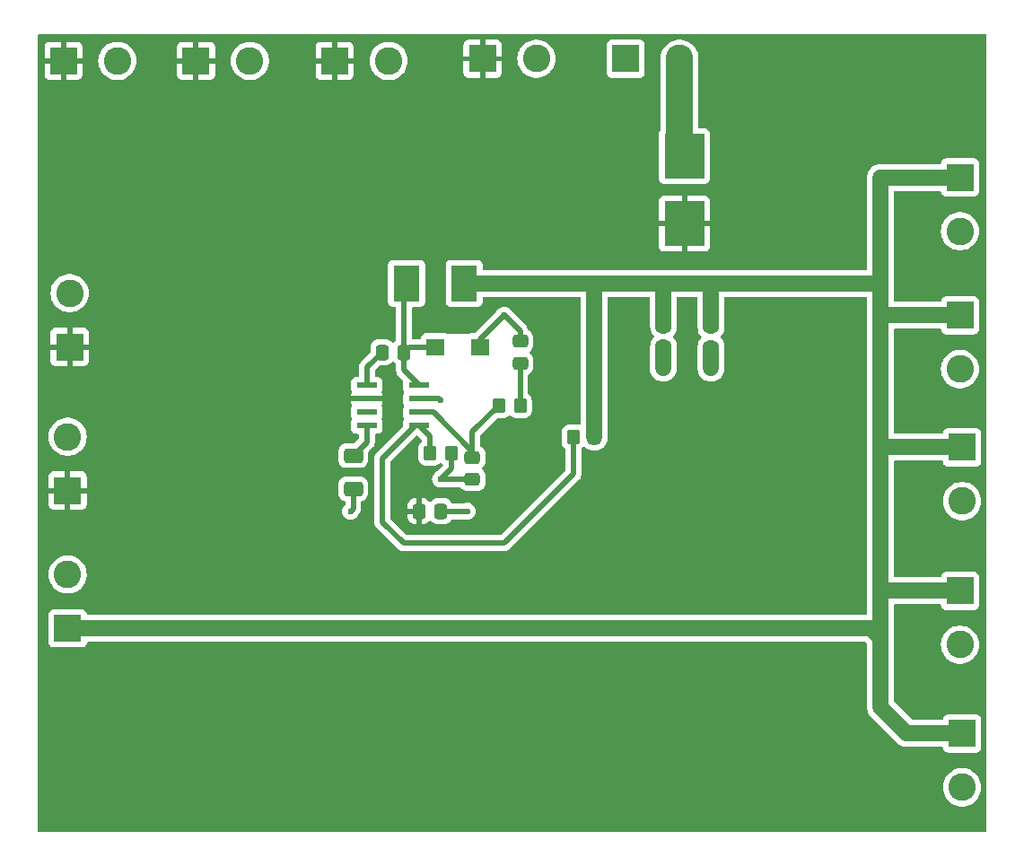
<source format=gtl>
%TF.GenerationSoftware,KiCad,Pcbnew,8.0.5*%
%TF.CreationDate,2024-11-24T13:51:33-06:00*%
%TF.ProjectId,Buck_V2,4275636b-5f56-4322-9e6b-696361645f70,rev?*%
%TF.SameCoordinates,Original*%
%TF.FileFunction,Copper,L1,Top*%
%TF.FilePolarity,Positive*%
%FSLAX46Y46*%
G04 Gerber Fmt 4.6, Leading zero omitted, Abs format (unit mm)*
G04 Created by KiCad (PCBNEW 8.0.5) date 2024-11-24 13:51:33*
%MOMM*%
%LPD*%
G01*
G04 APERTURE LIST*
G04 Aperture macros list*
%AMRoundRect*
0 Rectangle with rounded corners*
0 $1 Rounding radius*
0 $2 $3 $4 $5 $6 $7 $8 $9 X,Y pos of 4 corners*
0 Add a 4 corners polygon primitive as box body*
4,1,4,$2,$3,$4,$5,$6,$7,$8,$9,$2,$3,0*
0 Add four circle primitives for the rounded corners*
1,1,$1+$1,$2,$3*
1,1,$1+$1,$4,$5*
1,1,$1+$1,$6,$7*
1,1,$1+$1,$8,$9*
0 Add four rect primitives between the rounded corners*
20,1,$1+$1,$2,$3,$4,$5,0*
20,1,$1+$1,$4,$5,$6,$7,0*
20,1,$1+$1,$6,$7,$8,$9,0*
20,1,$1+$1,$8,$9,$2,$3,0*%
G04 Aperture macros list end*
%TA.AperFunction,SMDPad,CuDef*%
%ADD10RoundRect,0.250000X-0.475000X0.337500X-0.475000X-0.337500X0.475000X-0.337500X0.475000X0.337500X0*%
%TD*%
%TA.AperFunction,SMDPad,CuDef*%
%ADD11R,1.727200X1.625600*%
%TD*%
%TA.AperFunction,SMDPad,CuDef*%
%ADD12RoundRect,0.250000X0.350000X0.450000X-0.350000X0.450000X-0.350000X-0.450000X0.350000X-0.450000X0*%
%TD*%
%TA.AperFunction,SMDPad,CuDef*%
%ADD13RoundRect,0.250000X0.475000X-0.337500X0.475000X0.337500X-0.475000X0.337500X-0.475000X-0.337500X0*%
%TD*%
%TA.AperFunction,ComponentPad*%
%ADD14R,2.600000X2.600000*%
%TD*%
%TA.AperFunction,ComponentPad*%
%ADD15C,2.600000*%
%TD*%
%TA.AperFunction,SMDPad,CuDef*%
%ADD16RoundRect,0.250000X-0.337500X-0.475000X0.337500X-0.475000X0.337500X0.475000X-0.337500X0.475000X0*%
%TD*%
%TA.AperFunction,SMDPad,CuDef*%
%ADD17R,1.981200X0.558800*%
%TD*%
%TA.AperFunction,SMDPad,CuDef*%
%ADD18R,3.810000X4.240000*%
%TD*%
%TA.AperFunction,SMDPad,CuDef*%
%ADD19RoundRect,0.250000X-0.650000X0.412500X-0.650000X-0.412500X0.650000X-0.412500X0.650000X0.412500X0*%
%TD*%
%TA.AperFunction,SMDPad,CuDef*%
%ADD20RoundRect,0.250000X-0.350000X-0.450000X0.350000X-0.450000X0.350000X0.450000X-0.350000X0.450000X0*%
%TD*%
%TA.AperFunction,SMDPad,CuDef*%
%ADD21R,2.489200X3.429000*%
%TD*%
%TA.AperFunction,ViaPad*%
%ADD22C,0.600000*%
%TD*%
%TA.AperFunction,Conductor*%
%ADD23C,0.508000*%
%TD*%
%TA.AperFunction,Conductor*%
%ADD24C,1.524000*%
%TD*%
%TA.AperFunction,Conductor*%
%ADD25C,2.540000*%
%TD*%
G04 APERTURE END LIST*
D10*
%TO.P,C6,1*%
%TO.N,+5V*%
X110000000Y-124500000D03*
%TO.P,C6,2*%
%TO.N,GND*%
X110000000Y-126575000D03*
%TD*%
D11*
%TO.P,D1,1,K*%
%TO.N,Net-(D1-K)*%
X84000000Y-126500000D03*
%TO.P,D1,2,A*%
%TO.N,GND*%
X88267200Y-126500000D03*
%TD*%
D12*
%TO.P,R2,1*%
%TO.N,+5V*%
X99000000Y-135000000D03*
%TO.P,R2,2*%
%TO.N,Net-(U1-VSENSE)*%
X97000000Y-135000000D03*
%TD*%
D13*
%TO.P,C3,1*%
%TO.N,Net-(C3-Pad1)*%
X92000000Y-128037500D03*
%TO.P,C3,2*%
%TO.N,GND*%
X92000000Y-125962500D03*
%TD*%
D14*
%TO.P,J7,1,Pin_1*%
%TO.N,+12V*%
X61420000Y-99500000D03*
D15*
%TO.P,J7,2,Pin_2*%
%TO.N,GND*%
X66500000Y-99500000D03*
%TD*%
D14*
%TO.P,J8,1,Pin_1*%
%TO.N,+12V*%
X74500000Y-99500000D03*
D15*
%TO.P,J8,2,Pin_2*%
%TO.N,GND*%
X79580000Y-99500000D03*
%TD*%
D10*
%TO.P,C2,1*%
%TO.N,Net-(U1-COMP)*%
X87500000Y-136925000D03*
%TO.P,C2,2*%
%TO.N,GND*%
X87500000Y-139000000D03*
%TD*%
D16*
%TO.P,C5,1*%
%TO.N,Net-(U1-BOOT)*%
X78962500Y-127000000D03*
%TO.P,C5,2*%
%TO.N,Net-(D1-K)*%
X81037500Y-127000000D03*
%TD*%
D10*
%TO.P,C7,1*%
%TO.N,+5V*%
X105520200Y-124462500D03*
%TO.P,C7,2*%
%TO.N,GND*%
X105520200Y-126537500D03*
%TD*%
D14*
%TO.P,J14,1,Pin_1*%
%TO.N,GND*%
X101955000Y-99305000D03*
D15*
%TO.P,J14,2,Pin_2*%
%TO.N,Net-(J14-Pin_2)*%
X107035000Y-99305000D03*
%TD*%
D14*
%TO.P,J1,1,Pin_1*%
%TO.N,+5V*%
X133695000Y-162955000D03*
D15*
%TO.P,J1,2,Pin_2*%
%TO.N,GND*%
X133695000Y-168035000D03*
%TD*%
D17*
%TO.P,U1,1,BOOT*%
%TO.N,Net-(U1-BOOT)*%
X77536200Y-130095000D03*
%TO.P,U1,2,VIN*%
%TO.N,+12V*%
X77536200Y-131365000D03*
%TO.P,U1,3,EN*%
%TO.N,unconnected-(U1-EN-Pad3)*%
X77536200Y-132635000D03*
%TO.P,U1,4,SS*%
%TO.N,Net-(U1-SS)*%
X77536200Y-133905000D03*
%TO.P,U1,5,VSENSE*%
%TO.N,Net-(U1-VSENSE)*%
X82463800Y-133905000D03*
%TO.P,U1,6,COMP*%
%TO.N,Net-(U1-COMP)*%
X82463800Y-132635000D03*
%TO.P,U1,7,GND*%
%TO.N,GND*%
X82463800Y-131365000D03*
%TO.P,U1,8,PH*%
%TO.N,Net-(D1-K)*%
X82463800Y-130095000D03*
%TD*%
D14*
%TO.P,J6,1,Pin_1*%
%TO.N,+12V*%
X48920000Y-99500000D03*
D15*
%TO.P,J6,2,Pin_2*%
%TO.N,GND*%
X54000000Y-99500000D03*
%TD*%
D14*
%TO.P,J9,1,Pin_1*%
%TO.N,+12V*%
X88455000Y-99305000D03*
D15*
%TO.P,J9,2,Pin_2*%
%TO.N,GND*%
X93535000Y-99305000D03*
%TD*%
D14*
%TO.P,J2,1,Pin_1*%
%TO.N,+12V*%
X49305000Y-140045000D03*
D15*
%TO.P,J2,2,Pin_2*%
%TO.N,GND*%
X49305000Y-134965000D03*
%TD*%
D14*
%TO.P,J4,1,Pin_1*%
%TO.N,+5V*%
X49305000Y-153045000D03*
D15*
%TO.P,J4,2,Pin_2*%
%TO.N,GND*%
X49305000Y-147965000D03*
%TD*%
D18*
%TO.P,F1,1*%
%TO.N,Net-(J14-Pin_2)*%
X107500000Y-108500000D03*
%TO.P,F1,2*%
%TO.N,+12V*%
X107500000Y-114870000D03*
%TD*%
D19*
%TO.P,C4,1*%
%TO.N,Net-(U1-SS)*%
X76250000Y-136750000D03*
%TO.P,C4,2*%
%TO.N,GND*%
X76250000Y-139875000D03*
%TD*%
D14*
%TO.P,J12,1,Pin_1*%
%TO.N,+5V*%
X133695000Y-135955000D03*
D15*
%TO.P,J12,2,Pin_2*%
%TO.N,GND*%
X133695000Y-141035000D03*
%TD*%
D14*
%TO.P,J13,1,Pin_1*%
%TO.N,+5V*%
X133500000Y-149500000D03*
D15*
%TO.P,J13,2,Pin_2*%
%TO.N,GND*%
X133500000Y-154580000D03*
%TD*%
D14*
%TO.P,J3,1,Pin_1*%
%TO.N,+12V*%
X49500000Y-126500000D03*
D15*
%TO.P,J3,2,Pin_2*%
%TO.N,GND*%
X49500000Y-121420000D03*
%TD*%
D14*
%TO.P,J10,1,Pin_1*%
%TO.N,+5V*%
X133500000Y-110500000D03*
D15*
%TO.P,J10,2,Pin_2*%
%TO.N,GND*%
X133500000Y-115580000D03*
%TD*%
D20*
%TO.P,R3,1*%
%TO.N,Net-(U1-VSENSE)*%
X83500000Y-136500000D03*
%TO.P,R3,2*%
%TO.N,GND*%
X85500000Y-136500000D03*
%TD*%
D14*
%TO.P,J11,1,Pin_1*%
%TO.N,+5V*%
X133500000Y-123500000D03*
D15*
%TO.P,J11,2,Pin_2*%
%TO.N,GND*%
X133500000Y-128580000D03*
%TD*%
D16*
%TO.P,C1,1*%
%TO.N,+12V*%
X82462500Y-142000000D03*
%TO.P,C1,2*%
%TO.N,GND*%
X84537500Y-142000000D03*
%TD*%
D21*
%TO.P,L1,1,1*%
%TO.N,Net-(D1-K)*%
X81282200Y-120500000D03*
%TO.P,L1,2,2*%
%TO.N,+5V*%
X86717800Y-120500000D03*
%TD*%
D20*
%TO.P,R1,1*%
%TO.N,Net-(U1-COMP)*%
X90000000Y-132000000D03*
%TO.P,R1,2*%
%TO.N,Net-(C3-Pad1)*%
X92000000Y-132000000D03*
%TD*%
D22*
%TO.N,GND*%
X76000000Y-142000000D03*
X110000000Y-128500000D03*
X105500000Y-128500000D03*
X87000000Y-142000000D03*
X84500000Y-138962500D03*
X90500000Y-123500000D03*
X84500000Y-131500000D03*
%TD*%
D23*
%TO.N,GND*%
X92000000Y-125962500D02*
X92000000Y-125000000D01*
X84365000Y-131365000D02*
X84500000Y-131500000D01*
X85500000Y-137962500D02*
X84500000Y-138962500D01*
X85500000Y-136500000D02*
X85500000Y-137962500D01*
X88267200Y-126500000D02*
X88267200Y-125732800D01*
X76250000Y-141750000D02*
X76000000Y-142000000D01*
X76250000Y-139875000D02*
X76250000Y-141750000D01*
X92000000Y-125000000D02*
X90500000Y-123500000D01*
X88267200Y-125732800D02*
X90500000Y-123500000D01*
X82463800Y-131365000D02*
X84365000Y-131365000D01*
X84537500Y-142000000D02*
X87000000Y-142000000D01*
X84462500Y-139000000D02*
X84500000Y-138962500D01*
D24*
X105520200Y-126537500D02*
X105520200Y-128479800D01*
D23*
X84537500Y-139000000D02*
X84500000Y-138962500D01*
X87500000Y-139000000D02*
X84537500Y-139000000D01*
D24*
X110000000Y-126575000D02*
X110000000Y-128500000D01*
X105520200Y-128479800D02*
X105500000Y-128500000D01*
D23*
%TO.N,Net-(U1-COMP)*%
X87500000Y-136337500D02*
X83797500Y-132635000D01*
X87500000Y-134500000D02*
X90000000Y-132000000D01*
X83797500Y-132635000D02*
X82463800Y-132635000D01*
X87500000Y-136925000D02*
X87500000Y-136337500D01*
X87500000Y-136925000D02*
X87500000Y-134500000D01*
%TO.N,Net-(C3-Pad1)*%
X92000000Y-132000000D02*
X92000000Y-128037500D01*
%TO.N,Net-(U1-SS)*%
X77536200Y-133905000D02*
X77536200Y-135463800D01*
X77536200Y-135463800D02*
X76250000Y-136750000D01*
%TO.N,Net-(D1-K)*%
X81037500Y-127000000D02*
X81037500Y-128668700D01*
X81037500Y-128668700D02*
X82463800Y-130095000D01*
X81037500Y-127000000D02*
X81037500Y-120744700D01*
X81537500Y-126500000D02*
X81037500Y-127000000D01*
X84000000Y-126500000D02*
X81537500Y-126500000D01*
X81037500Y-120744700D02*
X81282200Y-120500000D01*
%TO.N,Net-(U1-BOOT)*%
X77536200Y-128426300D02*
X78962500Y-127000000D01*
X77536200Y-130095000D02*
X77536200Y-128426300D01*
D24*
%TO.N,+5V*%
X105520200Y-124462500D02*
X105520200Y-120520200D01*
X126000000Y-123500000D02*
X126000000Y-120500000D01*
X126000000Y-149500000D02*
X133500000Y-149500000D01*
X99000000Y-135000000D02*
X99000000Y-120500000D01*
X126000000Y-136000000D02*
X126000000Y-123500000D01*
X126000000Y-120500000D02*
X126000000Y-110500000D01*
X86717800Y-120500000D02*
X99000000Y-120500000D01*
X110000000Y-120500000D02*
X126000000Y-120500000D01*
X110000000Y-124500000D02*
X110000000Y-120500000D01*
X99000000Y-120500000D02*
X105500000Y-120500000D01*
X49305000Y-153045000D02*
X125045000Y-153045000D01*
X125045000Y-153045000D02*
X126000000Y-154000000D01*
X105520200Y-120520200D02*
X105500000Y-120500000D01*
X133695000Y-162955000D02*
X128455000Y-162955000D01*
X126000000Y-123500000D02*
X133500000Y-123500000D01*
X105500000Y-120500000D02*
X110000000Y-120500000D01*
X126000000Y-154000000D02*
X126000000Y-150500000D01*
X126000000Y-136000000D02*
X126045000Y-135955000D01*
X128455000Y-162955000D02*
X126000000Y-160500000D01*
X126000000Y-110500000D02*
X133500000Y-110500000D01*
X126000000Y-150500000D02*
X126000000Y-149500000D01*
X126000000Y-160500000D02*
X126000000Y-154000000D01*
X126045000Y-135955000D02*
X133695000Y-135955000D01*
X126000000Y-150500000D02*
X126000000Y-136000000D01*
D23*
%TO.N,Net-(U1-VSENSE)*%
X82095000Y-133905000D02*
X82463800Y-133905000D01*
X83500000Y-134941200D02*
X82463800Y-133905000D01*
X81000000Y-145000000D02*
X79000000Y-143000000D01*
X79000000Y-143000000D02*
X79000000Y-137000000D01*
X79000000Y-137000000D02*
X82095000Y-133905000D01*
X83500000Y-136500000D02*
X83500000Y-134941200D01*
X90500000Y-145000000D02*
X81000000Y-145000000D01*
X97000000Y-138500000D02*
X90500000Y-145000000D01*
X97000000Y-135000000D02*
X97000000Y-138500000D01*
D25*
%TO.N,Net-(J14-Pin_2)*%
X107035000Y-108035000D02*
X107500000Y-108500000D01*
X107035000Y-99305000D02*
X107035000Y-108035000D01*
%TD*%
%TA.AperFunction,Conductor*%
%TO.N,+12V*%
G36*
X135943039Y-97019685D02*
G01*
X135988794Y-97072489D01*
X136000000Y-97124000D01*
X136000000Y-172126000D01*
X135980315Y-172193039D01*
X135927511Y-172238794D01*
X135876000Y-172250000D01*
X46624000Y-172250000D01*
X46556961Y-172230315D01*
X46511206Y-172177511D01*
X46500000Y-172126000D01*
X46500000Y-168034995D01*
X131889451Y-168034995D01*
X131889451Y-168035004D01*
X131909616Y-168304101D01*
X131969664Y-168567188D01*
X131969666Y-168567195D01*
X132068257Y-168818398D01*
X132203185Y-169052102D01*
X132339080Y-169222509D01*
X132371442Y-169263089D01*
X132558183Y-169436358D01*
X132569259Y-169446635D01*
X132792226Y-169598651D01*
X133035359Y-169715738D01*
X133293228Y-169795280D01*
X133293229Y-169795280D01*
X133293232Y-169795281D01*
X133560063Y-169835499D01*
X133560068Y-169835499D01*
X133560071Y-169835500D01*
X133560072Y-169835500D01*
X133829928Y-169835500D01*
X133829929Y-169835500D01*
X133829936Y-169835499D01*
X134096767Y-169795281D01*
X134096768Y-169795280D01*
X134096772Y-169795280D01*
X134354641Y-169715738D01*
X134597775Y-169598651D01*
X134820741Y-169446635D01*
X135018561Y-169263085D01*
X135186815Y-169052102D01*
X135321743Y-168818398D01*
X135420334Y-168567195D01*
X135480383Y-168304103D01*
X135500549Y-168035000D01*
X135480383Y-167765897D01*
X135420334Y-167502805D01*
X135321743Y-167251602D01*
X135186815Y-167017898D01*
X135018561Y-166806915D01*
X135018560Y-166806914D01*
X135018557Y-166806910D01*
X134820741Y-166623365D01*
X134597775Y-166471349D01*
X134597769Y-166471346D01*
X134597768Y-166471345D01*
X134597767Y-166471344D01*
X134354643Y-166354263D01*
X134354645Y-166354263D01*
X134096773Y-166274720D01*
X134096767Y-166274718D01*
X133829936Y-166234500D01*
X133829929Y-166234500D01*
X133560071Y-166234500D01*
X133560063Y-166234500D01*
X133293232Y-166274718D01*
X133293226Y-166274720D01*
X133035358Y-166354262D01*
X132792230Y-166471346D01*
X132569258Y-166623365D01*
X132371442Y-166806910D01*
X132203185Y-167017898D01*
X132068258Y-167251599D01*
X132068256Y-167251603D01*
X131969666Y-167502804D01*
X131969664Y-167502811D01*
X131909616Y-167765898D01*
X131889451Y-168034995D01*
X46500000Y-168034995D01*
X46500000Y-151697135D01*
X47504500Y-151697135D01*
X47504500Y-154392870D01*
X47504501Y-154392876D01*
X47510908Y-154452483D01*
X47561202Y-154587328D01*
X47561206Y-154587335D01*
X47647452Y-154702544D01*
X47647455Y-154702547D01*
X47762664Y-154788793D01*
X47762671Y-154788797D01*
X47897517Y-154839091D01*
X47897516Y-154839091D01*
X47904444Y-154839835D01*
X47957127Y-154845500D01*
X50652872Y-154845499D01*
X50712483Y-154839091D01*
X50847331Y-154788796D01*
X50962546Y-154702546D01*
X51048796Y-154587331D01*
X51099091Y-154452483D01*
X51102772Y-154418242D01*
X51129509Y-154353694D01*
X51186901Y-154313846D01*
X51226061Y-154307500D01*
X124470694Y-154307500D01*
X124537733Y-154327185D01*
X124558375Y-154343819D01*
X124701181Y-154486625D01*
X124734666Y-154547948D01*
X124737500Y-154574306D01*
X124737500Y-160599360D01*
X124768587Y-160795637D01*
X124829993Y-160984629D01*
X124829994Y-160984632D01*
X124916547Y-161154500D01*
X124920213Y-161161694D01*
X125037019Y-161322464D01*
X125127219Y-161412664D01*
X125181866Y-161467311D01*
X125181876Y-161467320D01*
X127492018Y-163777463D01*
X127492019Y-163777464D01*
X127632536Y-163917981D01*
X127793306Y-164034787D01*
X127970368Y-164125005D01*
X128113879Y-164171634D01*
X128159362Y-164186413D01*
X128355634Y-164217500D01*
X128355639Y-164217500D01*
X128554360Y-164217500D01*
X131773939Y-164217500D01*
X131840978Y-164237185D01*
X131886733Y-164289989D01*
X131897229Y-164328248D01*
X131900908Y-164362483D01*
X131951202Y-164497328D01*
X131951206Y-164497335D01*
X132037452Y-164612544D01*
X132037455Y-164612547D01*
X132152664Y-164698793D01*
X132152671Y-164698797D01*
X132287517Y-164749091D01*
X132287516Y-164749091D01*
X132294444Y-164749835D01*
X132347127Y-164755500D01*
X135042872Y-164755499D01*
X135102483Y-164749091D01*
X135237331Y-164698796D01*
X135352546Y-164612546D01*
X135438796Y-164497331D01*
X135489091Y-164362483D01*
X135495500Y-164302873D01*
X135495499Y-161607128D01*
X135489091Y-161547517D01*
X135438796Y-161412669D01*
X135438795Y-161412668D01*
X135438793Y-161412664D01*
X135352547Y-161297455D01*
X135352544Y-161297452D01*
X135237335Y-161211206D01*
X135237328Y-161211202D01*
X135102482Y-161160908D01*
X135102483Y-161160908D01*
X135042883Y-161154501D01*
X135042881Y-161154500D01*
X135042873Y-161154500D01*
X135042864Y-161154500D01*
X132347129Y-161154500D01*
X132347123Y-161154501D01*
X132287516Y-161160908D01*
X132152671Y-161211202D01*
X132152664Y-161211206D01*
X132037455Y-161297452D01*
X132037452Y-161297455D01*
X131951206Y-161412664D01*
X131951202Y-161412671D01*
X131900910Y-161547513D01*
X131900909Y-161547517D01*
X131897227Y-161581757D01*
X131870491Y-161646306D01*
X131813099Y-161686154D01*
X131773939Y-161692500D01*
X129029307Y-161692500D01*
X128962268Y-161672815D01*
X128941626Y-161656181D01*
X127298819Y-160013374D01*
X127265334Y-159952051D01*
X127262500Y-159925693D01*
X127262500Y-154579995D01*
X131694451Y-154579995D01*
X131694451Y-154580004D01*
X131714616Y-154849101D01*
X131774664Y-155112188D01*
X131774666Y-155112195D01*
X131873257Y-155363398D01*
X132008185Y-155597102D01*
X132144080Y-155767509D01*
X132176442Y-155808089D01*
X132363183Y-155981358D01*
X132374259Y-155991635D01*
X132597226Y-156143651D01*
X132840359Y-156260738D01*
X133098228Y-156340280D01*
X133098229Y-156340280D01*
X133098232Y-156340281D01*
X133365063Y-156380499D01*
X133365068Y-156380499D01*
X133365071Y-156380500D01*
X133365072Y-156380500D01*
X133634928Y-156380500D01*
X133634929Y-156380500D01*
X133634936Y-156380499D01*
X133901767Y-156340281D01*
X133901768Y-156340280D01*
X133901772Y-156340280D01*
X134159641Y-156260738D01*
X134402775Y-156143651D01*
X134625741Y-155991635D01*
X134823561Y-155808085D01*
X134991815Y-155597102D01*
X135126743Y-155363398D01*
X135225334Y-155112195D01*
X135285383Y-154849103D01*
X135296366Y-154702544D01*
X135305549Y-154580004D01*
X135305549Y-154579995D01*
X135285383Y-154310898D01*
X135285383Y-154310897D01*
X135225334Y-154047805D01*
X135126743Y-153796602D01*
X134991815Y-153562898D01*
X134823561Y-153351915D01*
X134823560Y-153351914D01*
X134823557Y-153351910D01*
X134625741Y-153168365D01*
X134402775Y-153016349D01*
X134402769Y-153016346D01*
X134402768Y-153016345D01*
X134402767Y-153016344D01*
X134159643Y-152899263D01*
X134159645Y-152899263D01*
X133901773Y-152819720D01*
X133901767Y-152819718D01*
X133634936Y-152779500D01*
X133634929Y-152779500D01*
X133365071Y-152779500D01*
X133365063Y-152779500D01*
X133098232Y-152819718D01*
X133098226Y-152819720D01*
X132840358Y-152899262D01*
X132597230Y-153016346D01*
X132374258Y-153168365D01*
X132176442Y-153351910D01*
X132008185Y-153562898D01*
X131873258Y-153796599D01*
X131873256Y-153796603D01*
X131774666Y-154047804D01*
X131774664Y-154047811D01*
X131714616Y-154310898D01*
X131694451Y-154579995D01*
X127262500Y-154579995D01*
X127262500Y-150886500D01*
X127282185Y-150819461D01*
X127334989Y-150773706D01*
X127386500Y-150762500D01*
X131578939Y-150762500D01*
X131645978Y-150782185D01*
X131691733Y-150834989D01*
X131702229Y-150873248D01*
X131705908Y-150907483D01*
X131756202Y-151042328D01*
X131756206Y-151042335D01*
X131842452Y-151157544D01*
X131842455Y-151157547D01*
X131957664Y-151243793D01*
X131957671Y-151243797D01*
X132092517Y-151294091D01*
X132092516Y-151294091D01*
X132099444Y-151294835D01*
X132152127Y-151300500D01*
X134847872Y-151300499D01*
X134907483Y-151294091D01*
X135042331Y-151243796D01*
X135157546Y-151157546D01*
X135243796Y-151042331D01*
X135294091Y-150907483D01*
X135300500Y-150847873D01*
X135300499Y-148152128D01*
X135294091Y-148092517D01*
X135246530Y-147965000D01*
X135243797Y-147957671D01*
X135243793Y-147957664D01*
X135157547Y-147842455D01*
X135157544Y-147842452D01*
X135042335Y-147756206D01*
X135042328Y-147756202D01*
X134907482Y-147705908D01*
X134907483Y-147705908D01*
X134847883Y-147699501D01*
X134847881Y-147699500D01*
X134847873Y-147699500D01*
X134847864Y-147699500D01*
X132152129Y-147699500D01*
X132152123Y-147699501D01*
X132092516Y-147705908D01*
X131957671Y-147756202D01*
X131957664Y-147756206D01*
X131842455Y-147842452D01*
X131842452Y-147842455D01*
X131756206Y-147957664D01*
X131756202Y-147957671D01*
X131705910Y-148092513D01*
X131705909Y-148092517D01*
X131702227Y-148126757D01*
X131675491Y-148191306D01*
X131618099Y-148231154D01*
X131578939Y-148237500D01*
X127386500Y-148237500D01*
X127319461Y-148217815D01*
X127273706Y-148165011D01*
X127262500Y-148113500D01*
X127262500Y-141034995D01*
X131889451Y-141034995D01*
X131889451Y-141035004D01*
X131909616Y-141304101D01*
X131969664Y-141567188D01*
X131969666Y-141567195D01*
X132068256Y-141818396D01*
X132068258Y-141818400D01*
X132096770Y-141867784D01*
X132203185Y-142052102D01*
X132247276Y-142107390D01*
X132371442Y-142263089D01*
X132558183Y-142436358D01*
X132569259Y-142446635D01*
X132792226Y-142598651D01*
X133035359Y-142715738D01*
X133293228Y-142795280D01*
X133293229Y-142795280D01*
X133293232Y-142795281D01*
X133560063Y-142835499D01*
X133560068Y-142835499D01*
X133560071Y-142835500D01*
X133560072Y-142835500D01*
X133829928Y-142835500D01*
X133829929Y-142835500D01*
X133829936Y-142835499D01*
X134096767Y-142795281D01*
X134096768Y-142795280D01*
X134096772Y-142795280D01*
X134354641Y-142715738D01*
X134597775Y-142598651D01*
X134820741Y-142446635D01*
X135018561Y-142263085D01*
X135186815Y-142052102D01*
X135321743Y-141818398D01*
X135420334Y-141567195D01*
X135480383Y-141304103D01*
X135493202Y-141133043D01*
X135500549Y-141035004D01*
X135500549Y-141034995D01*
X135481815Y-140785001D01*
X135480383Y-140765897D01*
X135420334Y-140502805D01*
X135321743Y-140251602D01*
X135186815Y-140017898D01*
X135018561Y-139806915D01*
X135018560Y-139806914D01*
X135018557Y-139806910D01*
X134820741Y-139623365D01*
X134766020Y-139586057D01*
X134597775Y-139471349D01*
X134597769Y-139471346D01*
X134597768Y-139471345D01*
X134597767Y-139471344D01*
X134354643Y-139354263D01*
X134354645Y-139354263D01*
X134096773Y-139274720D01*
X134096767Y-139274718D01*
X133829936Y-139234500D01*
X133829929Y-139234500D01*
X133560071Y-139234500D01*
X133560063Y-139234500D01*
X133293232Y-139274718D01*
X133293226Y-139274720D01*
X133035358Y-139354262D01*
X132792230Y-139471346D01*
X132569258Y-139623365D01*
X132371442Y-139806910D01*
X132203185Y-140017898D01*
X132068258Y-140251599D01*
X132068256Y-140251603D01*
X131969666Y-140502804D01*
X131969664Y-140502811D01*
X131909616Y-140765898D01*
X131889451Y-141034995D01*
X127262500Y-141034995D01*
X127262500Y-137341500D01*
X127282185Y-137274461D01*
X127334989Y-137228706D01*
X127386500Y-137217500D01*
X131773939Y-137217500D01*
X131840978Y-137237185D01*
X131886733Y-137289989D01*
X131897229Y-137328248D01*
X131900908Y-137362483D01*
X131951202Y-137497328D01*
X131951206Y-137497335D01*
X132037452Y-137612544D01*
X132037455Y-137612547D01*
X132152664Y-137698793D01*
X132152671Y-137698797D01*
X132287517Y-137749091D01*
X132287516Y-137749091D01*
X132294444Y-137749835D01*
X132347127Y-137755500D01*
X135042872Y-137755499D01*
X135102483Y-137749091D01*
X135237331Y-137698796D01*
X135352546Y-137612546D01*
X135438796Y-137497331D01*
X135489091Y-137362483D01*
X135495500Y-137302873D01*
X135495499Y-134607128D01*
X135489091Y-134547517D01*
X135487013Y-134541946D01*
X135438797Y-134412671D01*
X135438793Y-134412664D01*
X135352547Y-134297455D01*
X135352544Y-134297452D01*
X135237335Y-134211206D01*
X135237328Y-134211202D01*
X135102482Y-134160908D01*
X135102483Y-134160908D01*
X135042883Y-134154501D01*
X135042881Y-134154500D01*
X135042873Y-134154500D01*
X135042864Y-134154500D01*
X132347129Y-134154500D01*
X132347123Y-134154501D01*
X132287516Y-134160908D01*
X132152671Y-134211202D01*
X132152664Y-134211206D01*
X132037455Y-134297452D01*
X132037452Y-134297455D01*
X131951206Y-134412664D01*
X131951202Y-134412671D01*
X131902986Y-134541947D01*
X131900909Y-134547517D01*
X131897227Y-134581757D01*
X131870491Y-134646306D01*
X131813099Y-134686154D01*
X131773939Y-134692500D01*
X127386500Y-134692500D01*
X127319461Y-134672815D01*
X127273706Y-134620011D01*
X127262500Y-134568500D01*
X127262500Y-128579995D01*
X131694451Y-128579995D01*
X131694451Y-128580004D01*
X131714616Y-128849101D01*
X131774664Y-129112188D01*
X131774666Y-129112195D01*
X131856816Y-129321509D01*
X131873257Y-129363398D01*
X132008185Y-129597102D01*
X132078837Y-129685696D01*
X132176442Y-129808089D01*
X132363183Y-129981358D01*
X132374259Y-129991635D01*
X132597226Y-130143651D01*
X132840359Y-130260738D01*
X133098228Y-130340280D01*
X133098229Y-130340280D01*
X133098232Y-130340281D01*
X133365063Y-130380499D01*
X133365068Y-130380499D01*
X133365071Y-130380500D01*
X133365072Y-130380500D01*
X133634928Y-130380500D01*
X133634929Y-130380500D01*
X133634936Y-130380499D01*
X133901767Y-130340281D01*
X133901768Y-130340280D01*
X133901772Y-130340280D01*
X134159641Y-130260738D01*
X134402775Y-130143651D01*
X134625741Y-129991635D01*
X134823561Y-129808085D01*
X134991815Y-129597102D01*
X135126743Y-129363398D01*
X135225334Y-129112195D01*
X135285383Y-128849103D01*
X135304471Y-128594388D01*
X135305549Y-128580004D01*
X135305549Y-128579995D01*
X135285383Y-128310898D01*
X135282896Y-128300000D01*
X135225334Y-128047805D01*
X135126743Y-127796602D01*
X134991815Y-127562898D01*
X134823561Y-127351915D01*
X134823560Y-127351914D01*
X134823557Y-127351910D01*
X134625741Y-127168365D01*
X134402775Y-127016349D01*
X134402769Y-127016346D01*
X134402768Y-127016345D01*
X134402767Y-127016344D01*
X134159643Y-126899263D01*
X134159645Y-126899263D01*
X133901773Y-126819720D01*
X133901767Y-126819718D01*
X133634936Y-126779500D01*
X133634929Y-126779500D01*
X133365071Y-126779500D01*
X133365063Y-126779500D01*
X133098232Y-126819718D01*
X133098226Y-126819720D01*
X132840358Y-126899262D01*
X132597230Y-127016346D01*
X132374258Y-127168365D01*
X132176442Y-127351910D01*
X132008185Y-127562898D01*
X131873258Y-127796599D01*
X131873256Y-127796603D01*
X131774666Y-128047804D01*
X131774664Y-128047811D01*
X131714616Y-128310898D01*
X131694451Y-128579995D01*
X127262500Y-128579995D01*
X127262500Y-124886500D01*
X127282185Y-124819461D01*
X127334989Y-124773706D01*
X127386500Y-124762500D01*
X131578939Y-124762500D01*
X131645978Y-124782185D01*
X131691733Y-124834989D01*
X131702229Y-124873248D01*
X131705908Y-124907483D01*
X131756202Y-125042328D01*
X131756206Y-125042335D01*
X131842452Y-125157544D01*
X131842455Y-125157547D01*
X131957664Y-125243793D01*
X131957671Y-125243797D01*
X132092517Y-125294091D01*
X132092516Y-125294091D01*
X132099444Y-125294835D01*
X132152127Y-125300500D01*
X134847872Y-125300499D01*
X134907483Y-125294091D01*
X135042331Y-125243796D01*
X135157546Y-125157546D01*
X135243796Y-125042331D01*
X135294091Y-124907483D01*
X135300500Y-124847873D01*
X135300499Y-122152128D01*
X135294091Y-122092517D01*
X135243796Y-121957669D01*
X135243795Y-121957668D01*
X135243793Y-121957664D01*
X135157547Y-121842455D01*
X135157544Y-121842452D01*
X135042335Y-121756206D01*
X135042328Y-121756202D01*
X134907482Y-121705908D01*
X134907483Y-121705908D01*
X134847883Y-121699501D01*
X134847881Y-121699500D01*
X134847873Y-121699500D01*
X134847864Y-121699500D01*
X132152129Y-121699500D01*
X132152123Y-121699501D01*
X132092516Y-121705908D01*
X131957671Y-121756202D01*
X131957664Y-121756206D01*
X131842455Y-121842452D01*
X131842452Y-121842455D01*
X131756206Y-121957664D01*
X131756202Y-121957671D01*
X131705910Y-122092513D01*
X131705909Y-122092517D01*
X131702227Y-122126757D01*
X131675491Y-122191306D01*
X131618099Y-122231154D01*
X131578939Y-122237500D01*
X127386500Y-122237500D01*
X127319461Y-122217815D01*
X127273706Y-122165011D01*
X127262500Y-122113500D01*
X127262500Y-115579995D01*
X131694451Y-115579995D01*
X131694451Y-115580004D01*
X131714616Y-115849101D01*
X131774664Y-116112188D01*
X131774666Y-116112195D01*
X131873257Y-116363398D01*
X132008185Y-116597102D01*
X132144080Y-116767509D01*
X132176442Y-116808089D01*
X132363183Y-116981358D01*
X132374259Y-116991635D01*
X132597226Y-117143651D01*
X132840359Y-117260738D01*
X133098228Y-117340280D01*
X133098229Y-117340280D01*
X133098232Y-117340281D01*
X133365063Y-117380499D01*
X133365068Y-117380499D01*
X133365071Y-117380500D01*
X133365072Y-117380500D01*
X133634928Y-117380500D01*
X133634929Y-117380500D01*
X133634936Y-117380499D01*
X133901767Y-117340281D01*
X133901768Y-117340280D01*
X133901772Y-117340280D01*
X134159641Y-117260738D01*
X134402775Y-117143651D01*
X134625741Y-116991635D01*
X134823561Y-116808085D01*
X134991815Y-116597102D01*
X135126743Y-116363398D01*
X135225334Y-116112195D01*
X135285383Y-115849103D01*
X135305549Y-115580000D01*
X135285383Y-115310897D01*
X135225334Y-115047805D01*
X135126743Y-114796602D01*
X134991815Y-114562898D01*
X134823561Y-114351915D01*
X134823560Y-114351914D01*
X134823557Y-114351910D01*
X134625741Y-114168365D01*
X134402775Y-114016349D01*
X134402769Y-114016346D01*
X134402768Y-114016345D01*
X134402767Y-114016344D01*
X134159643Y-113899263D01*
X134159645Y-113899263D01*
X133901773Y-113819720D01*
X133901767Y-113819718D01*
X133634936Y-113779500D01*
X133634929Y-113779500D01*
X133365071Y-113779500D01*
X133365063Y-113779500D01*
X133098232Y-113819718D01*
X133098226Y-113819720D01*
X132840358Y-113899262D01*
X132597230Y-114016346D01*
X132374258Y-114168365D01*
X132176442Y-114351910D01*
X132008185Y-114562898D01*
X131873258Y-114796599D01*
X131873256Y-114796603D01*
X131774666Y-115047804D01*
X131774664Y-115047811D01*
X131714616Y-115310898D01*
X131694451Y-115579995D01*
X127262500Y-115579995D01*
X127262500Y-111886500D01*
X127282185Y-111819461D01*
X127334989Y-111773706D01*
X127386500Y-111762500D01*
X131578939Y-111762500D01*
X131645978Y-111782185D01*
X131691733Y-111834989D01*
X131702229Y-111873248D01*
X131705908Y-111907483D01*
X131756202Y-112042328D01*
X131756206Y-112042335D01*
X131842452Y-112157544D01*
X131842455Y-112157547D01*
X131957664Y-112243793D01*
X131957671Y-112243797D01*
X132092517Y-112294091D01*
X132092516Y-112294091D01*
X132099444Y-112294835D01*
X132152127Y-112300500D01*
X134847872Y-112300499D01*
X134907483Y-112294091D01*
X135042331Y-112243796D01*
X135157546Y-112157546D01*
X135243796Y-112042331D01*
X135294091Y-111907483D01*
X135300500Y-111847873D01*
X135300499Y-109152128D01*
X135294091Y-109092517D01*
X135243796Y-108957669D01*
X135243795Y-108957668D01*
X135243793Y-108957664D01*
X135157547Y-108842455D01*
X135157544Y-108842452D01*
X135042335Y-108756206D01*
X135042328Y-108756202D01*
X134907482Y-108705908D01*
X134907483Y-108705908D01*
X134847883Y-108699501D01*
X134847881Y-108699500D01*
X134847873Y-108699500D01*
X134847864Y-108699500D01*
X132152129Y-108699500D01*
X132152123Y-108699501D01*
X132092516Y-108705908D01*
X131957671Y-108756202D01*
X131957664Y-108756206D01*
X131842455Y-108842452D01*
X131842452Y-108842455D01*
X131756206Y-108957664D01*
X131756202Y-108957671D01*
X131705910Y-109092513D01*
X131705909Y-109092517D01*
X131702227Y-109126757D01*
X131675491Y-109191306D01*
X131618099Y-109231154D01*
X131578939Y-109237500D01*
X126099361Y-109237500D01*
X125900639Y-109237500D01*
X125835214Y-109247862D01*
X125704362Y-109268587D01*
X125515370Y-109329993D01*
X125515367Y-109329994D01*
X125338305Y-109420213D01*
X125177533Y-109537021D01*
X125037021Y-109677533D01*
X124920213Y-109838305D01*
X124829994Y-110015367D01*
X124829993Y-110015370D01*
X124768587Y-110204362D01*
X124737500Y-110400639D01*
X124737500Y-119113500D01*
X124717815Y-119180539D01*
X124665011Y-119226294D01*
X124613500Y-119237500D01*
X88586899Y-119237500D01*
X88519860Y-119217815D01*
X88474105Y-119165011D01*
X88462899Y-119113500D01*
X88462899Y-118737629D01*
X88462898Y-118737623D01*
X88462897Y-118737616D01*
X88456491Y-118678017D01*
X88406196Y-118543169D01*
X88406195Y-118543168D01*
X88406193Y-118543164D01*
X88319947Y-118427955D01*
X88319944Y-118427952D01*
X88204735Y-118341706D01*
X88204728Y-118341702D01*
X88069882Y-118291408D01*
X88069883Y-118291408D01*
X88010283Y-118285001D01*
X88010281Y-118285000D01*
X88010273Y-118285000D01*
X88010264Y-118285000D01*
X85425329Y-118285000D01*
X85425323Y-118285001D01*
X85365716Y-118291408D01*
X85230871Y-118341702D01*
X85230864Y-118341706D01*
X85115655Y-118427952D01*
X85115652Y-118427955D01*
X85029406Y-118543164D01*
X85029402Y-118543171D01*
X84979108Y-118678017D01*
X84972701Y-118737616D01*
X84972701Y-118737623D01*
X84972700Y-118737635D01*
X84972700Y-122262370D01*
X84972701Y-122262376D01*
X84979108Y-122321983D01*
X85029402Y-122456828D01*
X85029406Y-122456835D01*
X85115652Y-122572044D01*
X85115655Y-122572047D01*
X85230864Y-122658293D01*
X85230871Y-122658297D01*
X85365717Y-122708591D01*
X85365716Y-122708591D01*
X85372644Y-122709335D01*
X85425327Y-122715000D01*
X88010272Y-122714999D01*
X88069883Y-122708591D01*
X88204731Y-122658296D01*
X88319946Y-122572046D01*
X88406196Y-122456831D01*
X88456491Y-122321983D01*
X88462900Y-122262373D01*
X88462900Y-121886500D01*
X88482585Y-121819461D01*
X88535389Y-121773706D01*
X88586900Y-121762500D01*
X97613500Y-121762500D01*
X97680539Y-121782185D01*
X97726294Y-121834989D01*
X97737500Y-121886500D01*
X97737500Y-133716054D01*
X97717815Y-133783093D01*
X97665011Y-133828848D01*
X97595853Y-133838792D01*
X97574498Y-133833760D01*
X97502797Y-133810001D01*
X97502795Y-133810000D01*
X97400010Y-133799500D01*
X96599998Y-133799500D01*
X96599980Y-133799501D01*
X96497203Y-133810000D01*
X96497200Y-133810001D01*
X96330668Y-133865185D01*
X96330663Y-133865187D01*
X96181342Y-133957289D01*
X96057289Y-134081342D01*
X95965187Y-134230663D01*
X95965185Y-134230668D01*
X95948865Y-134279920D01*
X95910001Y-134397203D01*
X95910001Y-134397204D01*
X95910000Y-134397204D01*
X95899500Y-134499983D01*
X95899500Y-135500001D01*
X95899501Y-135500019D01*
X95910000Y-135602796D01*
X95910001Y-135602799D01*
X95958248Y-135748396D01*
X95965186Y-135769334D01*
X96057288Y-135918656D01*
X96181344Y-136042712D01*
X96186591Y-136045948D01*
X96233318Y-136097892D01*
X96245500Y-136151490D01*
X96245500Y-138136113D01*
X96225815Y-138203152D01*
X96209181Y-138223794D01*
X90223794Y-144209181D01*
X90162471Y-144242666D01*
X90136113Y-144245500D01*
X81363886Y-144245500D01*
X81296847Y-144225815D01*
X81276205Y-144209181D01*
X79790819Y-142723794D01*
X79757334Y-142662471D01*
X79754500Y-142636113D01*
X79754500Y-142524986D01*
X81375001Y-142524986D01*
X81385494Y-142627697D01*
X81440641Y-142794119D01*
X81440643Y-142794124D01*
X81532684Y-142943345D01*
X81656654Y-143067315D01*
X81805875Y-143159356D01*
X81805880Y-143159358D01*
X81972302Y-143214505D01*
X81972309Y-143214506D01*
X82075019Y-143224999D01*
X82212499Y-143224999D01*
X82212500Y-143224998D01*
X82212500Y-142250000D01*
X81375001Y-142250000D01*
X81375001Y-142524986D01*
X79754500Y-142524986D01*
X79754500Y-141475013D01*
X81375000Y-141475013D01*
X81375000Y-141750000D01*
X82212500Y-141750000D01*
X82212500Y-140775000D01*
X82712500Y-140775000D01*
X82712500Y-143224999D01*
X82849972Y-143224999D01*
X82849986Y-143224998D01*
X82952697Y-143214505D01*
X83119119Y-143159358D01*
X83119124Y-143159356D01*
X83268345Y-143067315D01*
X83392318Y-142943342D01*
X83394165Y-142940348D01*
X83395969Y-142938724D01*
X83396798Y-142937677D01*
X83396976Y-142937818D01*
X83446110Y-142893621D01*
X83515073Y-142882396D01*
X83579156Y-142910236D01*
X83605243Y-142940341D01*
X83607288Y-142943656D01*
X83731344Y-143067712D01*
X83880666Y-143159814D01*
X84047203Y-143214999D01*
X84149991Y-143225500D01*
X84925008Y-143225499D01*
X84925016Y-143225498D01*
X84925019Y-143225498D01*
X84981302Y-143219748D01*
X85027797Y-143214999D01*
X85194334Y-143159814D01*
X85343656Y-143067712D01*
X85467712Y-142943656D01*
X85548052Y-142813402D01*
X85600000Y-142766679D01*
X85653591Y-142754500D01*
X86711460Y-142754500D01*
X86752415Y-142761459D01*
X86820737Y-142785366D01*
X86820743Y-142785367D01*
X86820745Y-142785368D01*
X86820746Y-142785368D01*
X86820750Y-142785369D01*
X86999996Y-142805565D01*
X87000000Y-142805565D01*
X87000004Y-142805565D01*
X87179249Y-142785369D01*
X87179252Y-142785368D01*
X87179255Y-142785368D01*
X87349522Y-142725789D01*
X87502262Y-142629816D01*
X87629816Y-142502262D01*
X87725789Y-142349522D01*
X87785368Y-142179255D01*
X87805565Y-142000000D01*
X87787379Y-141838596D01*
X87785369Y-141820750D01*
X87785368Y-141820745D01*
X87725788Y-141650476D01*
X87629815Y-141497737D01*
X87502262Y-141370184D01*
X87349523Y-141274211D01*
X87179254Y-141214631D01*
X87179249Y-141214630D01*
X87000004Y-141194435D01*
X86999996Y-141194435D01*
X86820750Y-141214630D01*
X86820737Y-141214633D01*
X86752415Y-141238541D01*
X86711460Y-141245500D01*
X85653591Y-141245500D01*
X85586552Y-141225815D01*
X85548052Y-141186597D01*
X85467712Y-141056344D01*
X85343656Y-140932288D01*
X85194334Y-140840186D01*
X85027797Y-140785001D01*
X85027795Y-140785000D01*
X84925010Y-140774500D01*
X84149998Y-140774500D01*
X84149980Y-140774501D01*
X84047203Y-140785000D01*
X84047200Y-140785001D01*
X83880668Y-140840185D01*
X83880663Y-140840187D01*
X83731342Y-140932289D01*
X83607288Y-141056343D01*
X83607283Y-141056349D01*
X83605241Y-141059661D01*
X83603247Y-141061453D01*
X83602807Y-141062011D01*
X83602711Y-141061935D01*
X83553291Y-141106383D01*
X83484328Y-141117602D01*
X83420247Y-141089755D01*
X83394168Y-141059656D01*
X83392319Y-141056659D01*
X83392316Y-141056655D01*
X83268345Y-140932684D01*
X83119124Y-140840643D01*
X83119119Y-140840641D01*
X82952697Y-140785494D01*
X82952690Y-140785493D01*
X82849986Y-140775000D01*
X82712500Y-140775000D01*
X82212500Y-140775000D01*
X82075027Y-140775000D01*
X82075012Y-140775001D01*
X81972302Y-140785494D01*
X81805880Y-140840641D01*
X81805875Y-140840643D01*
X81656654Y-140932684D01*
X81532684Y-141056654D01*
X81440643Y-141205875D01*
X81440641Y-141205880D01*
X81385494Y-141372302D01*
X81385493Y-141372309D01*
X81375000Y-141475013D01*
X79754500Y-141475013D01*
X79754500Y-137363887D01*
X79774185Y-137296848D01*
X79790819Y-137276206D01*
X82191719Y-134875306D01*
X82253042Y-134841821D01*
X82322734Y-134846805D01*
X82367081Y-134875306D01*
X82709181Y-135217406D01*
X82742666Y-135278729D01*
X82745500Y-135305087D01*
X82745500Y-135348509D01*
X82725815Y-135415548D01*
X82686600Y-135454046D01*
X82681343Y-135457288D01*
X82557289Y-135581342D01*
X82465187Y-135730663D01*
X82465185Y-135730668D01*
X82452372Y-135769336D01*
X82410001Y-135897203D01*
X82410001Y-135897204D01*
X82410000Y-135897204D01*
X82399500Y-135999983D01*
X82399500Y-137000001D01*
X82399501Y-137000019D01*
X82410000Y-137102796D01*
X82410001Y-137102799D01*
X82465185Y-137269331D01*
X82465187Y-137269336D01*
X82477926Y-137289989D01*
X82557288Y-137418656D01*
X82681344Y-137542712D01*
X82830666Y-137634814D01*
X82997203Y-137689999D01*
X83099991Y-137700500D01*
X83900008Y-137700499D01*
X83900016Y-137700498D01*
X83900019Y-137700498D01*
X83956302Y-137694748D01*
X84002797Y-137689999D01*
X84169334Y-137634814D01*
X84318656Y-137542712D01*
X84412319Y-137449049D01*
X84473642Y-137415564D01*
X84543334Y-137420548D01*
X84587681Y-137449049D01*
X84679372Y-137540740D01*
X84712857Y-137602063D01*
X84707873Y-137671755D01*
X84679372Y-137716102D01*
X84181357Y-138214116D01*
X84155869Y-138232205D01*
X84156373Y-138233007D01*
X83997737Y-138332684D01*
X83870184Y-138460237D01*
X83774211Y-138612976D01*
X83714631Y-138783245D01*
X83714630Y-138783250D01*
X83694435Y-138962496D01*
X83694435Y-138962503D01*
X83714631Y-139141752D01*
X83727474Y-139178456D01*
X83732049Y-139195218D01*
X83736993Y-139220073D01*
X83736994Y-139220077D01*
X83768153Y-139295301D01*
X83770634Y-139301800D01*
X83774209Y-139312017D01*
X83777229Y-139318288D01*
X83776974Y-139318410D01*
X83780754Y-139325726D01*
X83792575Y-139354263D01*
X83793870Y-139357388D01*
X83793873Y-139357395D01*
X83876440Y-139480966D01*
X83981531Y-139586057D01*
X83981534Y-139586059D01*
X84105111Y-139668630D01*
X84136767Y-139681742D01*
X84144081Y-139685522D01*
X84144204Y-139685268D01*
X84150474Y-139688287D01*
X84150475Y-139688287D01*
X84150478Y-139688289D01*
X84160701Y-139691865D01*
X84167182Y-139694339D01*
X84242421Y-139725505D01*
X84267291Y-139730451D01*
X84284034Y-139735021D01*
X84320745Y-139747868D01*
X84320749Y-139747868D01*
X84320751Y-139747869D01*
X84499996Y-139768065D01*
X84500000Y-139768065D01*
X84500003Y-139768065D01*
X84580398Y-139759006D01*
X84613472Y-139755279D01*
X84627354Y-139754500D01*
X86331411Y-139754500D01*
X86398450Y-139774185D01*
X86428678Y-139801590D01*
X86432287Y-139806154D01*
X86432288Y-139806156D01*
X86556344Y-139930212D01*
X86705666Y-140022314D01*
X86872203Y-140077499D01*
X86974991Y-140088000D01*
X88025008Y-140087999D01*
X88025016Y-140087998D01*
X88025019Y-140087998D01*
X88081302Y-140082248D01*
X88127797Y-140077499D01*
X88294334Y-140022314D01*
X88443656Y-139930212D01*
X88567712Y-139806156D01*
X88659814Y-139656834D01*
X88714999Y-139490297D01*
X88725500Y-139387509D01*
X88725499Y-138612492D01*
X88714999Y-138509703D01*
X88659814Y-138343166D01*
X88567712Y-138193844D01*
X88443656Y-138069788D01*
X88440819Y-138068038D01*
X88439283Y-138066330D01*
X88437989Y-138065307D01*
X88438163Y-138065085D01*
X88394096Y-138016094D01*
X88382872Y-137947132D01*
X88410713Y-137883049D01*
X88440817Y-137856962D01*
X88443656Y-137855212D01*
X88567712Y-137731156D01*
X88659814Y-137581834D01*
X88714999Y-137415297D01*
X88725500Y-137312509D01*
X88725499Y-136537492D01*
X88723613Y-136519034D01*
X88714999Y-136434703D01*
X88714998Y-136434700D01*
X88695757Y-136376634D01*
X88659814Y-136268166D01*
X88567712Y-136118844D01*
X88443656Y-135994788D01*
X88313402Y-135914447D01*
X88266679Y-135862500D01*
X88254500Y-135808909D01*
X88254500Y-134863885D01*
X88274185Y-134796846D01*
X88290814Y-134776209D01*
X89830205Y-133236817D01*
X89891528Y-133203333D01*
X89917886Y-133200499D01*
X90400002Y-133200499D01*
X90400008Y-133200499D01*
X90502797Y-133189999D01*
X90669334Y-133134814D01*
X90818656Y-133042712D01*
X90912319Y-132949049D01*
X90973642Y-132915564D01*
X91043334Y-132920548D01*
X91087681Y-132949049D01*
X91181344Y-133042712D01*
X91330666Y-133134814D01*
X91497203Y-133189999D01*
X91599991Y-133200500D01*
X92400008Y-133200499D01*
X92400016Y-133200498D01*
X92400019Y-133200498D01*
X92456302Y-133194748D01*
X92502797Y-133189999D01*
X92669334Y-133134814D01*
X92818656Y-133042712D01*
X92942712Y-132918656D01*
X93034814Y-132769334D01*
X93089999Y-132602797D01*
X93100500Y-132500009D01*
X93100499Y-131499992D01*
X93089999Y-131397203D01*
X93034814Y-131230666D01*
X92942712Y-131081344D01*
X92818656Y-130957288D01*
X92813400Y-130954046D01*
X92766677Y-130902097D01*
X92754500Y-130848509D01*
X92754500Y-129153590D01*
X92774185Y-129086551D01*
X92813402Y-129048052D01*
X92943656Y-128967712D01*
X93067712Y-128843656D01*
X93159814Y-128694334D01*
X93214999Y-128527797D01*
X93225500Y-128425009D01*
X93225499Y-127649992D01*
X93214999Y-127547203D01*
X93159814Y-127380666D01*
X93067712Y-127231344D01*
X92943656Y-127107288D01*
X92940819Y-127105538D01*
X92939283Y-127103830D01*
X92937989Y-127102807D01*
X92938163Y-127102585D01*
X92894096Y-127053594D01*
X92882872Y-126984632D01*
X92910713Y-126920549D01*
X92940817Y-126894462D01*
X92943656Y-126892712D01*
X93067712Y-126768656D01*
X93159814Y-126619334D01*
X93214999Y-126452797D01*
X93225500Y-126350009D01*
X93225499Y-125574992D01*
X93223220Y-125552686D01*
X93214999Y-125472203D01*
X93214998Y-125472200D01*
X93205940Y-125444864D01*
X93159814Y-125305666D01*
X93067712Y-125156344D01*
X92943656Y-125032288D01*
X92798196Y-124942568D01*
X92751473Y-124890621D01*
X92741677Y-124861221D01*
X92729596Y-124800489D01*
X92725505Y-124779920D01*
X92668629Y-124642610D01*
X92639731Y-124599361D01*
X92586060Y-124519035D01*
X92586054Y-124519028D01*
X92476647Y-124409621D01*
X92476624Y-124409600D01*
X91248385Y-123181360D01*
X91230298Y-123155868D01*
X91229494Y-123156374D01*
X91129815Y-122997737D01*
X91002262Y-122870184D01*
X90849523Y-122774211D01*
X90679254Y-122714631D01*
X90679249Y-122714630D01*
X90500004Y-122694435D01*
X90499996Y-122694435D01*
X90320750Y-122714630D01*
X90320745Y-122714631D01*
X90150476Y-122774211D01*
X89997737Y-122870184D01*
X89870184Y-122997737D01*
X89770507Y-123156373D01*
X89769705Y-123155869D01*
X89751616Y-123181357D01*
X87782592Y-125150381D01*
X87721269Y-125183866D01*
X87694911Y-125186700D01*
X87355730Y-125186700D01*
X87355723Y-125186701D01*
X87296116Y-125193108D01*
X87184118Y-125234882D01*
X87140785Y-125242700D01*
X85126415Y-125242700D01*
X85083082Y-125234882D01*
X84971082Y-125193108D01*
X84971083Y-125193108D01*
X84911483Y-125186701D01*
X84911481Y-125186700D01*
X84911473Y-125186700D01*
X84911464Y-125186700D01*
X83088529Y-125186700D01*
X83088523Y-125186701D01*
X83028916Y-125193108D01*
X82894071Y-125243402D01*
X82894064Y-125243406D01*
X82778855Y-125329652D01*
X82778852Y-125329655D01*
X82692606Y-125444864D01*
X82692602Y-125444871D01*
X82642308Y-125579716D01*
X82636391Y-125634756D01*
X82609653Y-125699307D01*
X82552260Y-125739155D01*
X82513102Y-125745500D01*
X81916000Y-125745500D01*
X81848961Y-125725815D01*
X81803206Y-125673011D01*
X81792000Y-125621500D01*
X81792000Y-122838999D01*
X81811685Y-122771960D01*
X81864489Y-122726205D01*
X81916000Y-122714999D01*
X82574671Y-122714999D01*
X82574672Y-122714999D01*
X82634283Y-122708591D01*
X82769131Y-122658296D01*
X82884346Y-122572046D01*
X82970596Y-122456831D01*
X83020891Y-122321983D01*
X83027300Y-122262373D01*
X83027299Y-118737628D01*
X83020891Y-118678017D01*
X82970596Y-118543169D01*
X82970595Y-118543168D01*
X82970593Y-118543164D01*
X82884347Y-118427955D01*
X82884344Y-118427952D01*
X82769135Y-118341706D01*
X82769128Y-118341702D01*
X82634282Y-118291408D01*
X82634283Y-118291408D01*
X82574683Y-118285001D01*
X82574681Y-118285000D01*
X82574673Y-118285000D01*
X82574664Y-118285000D01*
X79989729Y-118285000D01*
X79989723Y-118285001D01*
X79930116Y-118291408D01*
X79795271Y-118341702D01*
X79795264Y-118341706D01*
X79680055Y-118427952D01*
X79680052Y-118427955D01*
X79593806Y-118543164D01*
X79593802Y-118543171D01*
X79543508Y-118678017D01*
X79537101Y-118737616D01*
X79537101Y-118737623D01*
X79537100Y-118737635D01*
X79537100Y-122262370D01*
X79537101Y-122262376D01*
X79543508Y-122321983D01*
X79593802Y-122456828D01*
X79593806Y-122456835D01*
X79680052Y-122572044D01*
X79680055Y-122572047D01*
X79795264Y-122658293D01*
X79795271Y-122658297D01*
X79840218Y-122675061D01*
X79930117Y-122708591D01*
X79989727Y-122715000D01*
X80159000Y-122714999D01*
X80226039Y-122734683D01*
X80271794Y-122787487D01*
X80283000Y-122838999D01*
X80283000Y-125831410D01*
X80263315Y-125898449D01*
X80235916Y-125928672D01*
X80231345Y-125932286D01*
X80107285Y-126056346D01*
X80105537Y-126059182D01*
X80103829Y-126060717D01*
X80102807Y-126062011D01*
X80102585Y-126061836D01*
X80053589Y-126105905D01*
X79984626Y-126117126D01*
X79920544Y-126089282D01*
X79894463Y-126059182D01*
X79892714Y-126056346D01*
X79768657Y-125932289D01*
X79768656Y-125932288D01*
X79619334Y-125840186D01*
X79452797Y-125785001D01*
X79452795Y-125785000D01*
X79350010Y-125774500D01*
X78574998Y-125774500D01*
X78574980Y-125774501D01*
X78472203Y-125785000D01*
X78472200Y-125785001D01*
X78305668Y-125840185D01*
X78305663Y-125840187D01*
X78156342Y-125932289D01*
X78032289Y-126056342D01*
X77940187Y-126205663D01*
X77940185Y-126205668D01*
X77915766Y-126279360D01*
X77885001Y-126372203D01*
X77885001Y-126372204D01*
X77885000Y-126372204D01*
X77874500Y-126474983D01*
X77874500Y-126969612D01*
X77854815Y-127036651D01*
X77838181Y-127057293D01*
X76950143Y-127945330D01*
X76950142Y-127945331D01*
X76867572Y-128068907D01*
X76867566Y-128068918D01*
X76810696Y-128206216D01*
X76810693Y-128206226D01*
X76781699Y-128351985D01*
X76781699Y-128506725D01*
X76781700Y-128506746D01*
X76781700Y-129191100D01*
X76762015Y-129258139D01*
X76709211Y-129303894D01*
X76657701Y-129315100D01*
X76497730Y-129315100D01*
X76497723Y-129315101D01*
X76438116Y-129321508D01*
X76303271Y-129371802D01*
X76303264Y-129371806D01*
X76188055Y-129458052D01*
X76188052Y-129458055D01*
X76101806Y-129573264D01*
X76101802Y-129573271D01*
X76065723Y-129670006D01*
X76051509Y-129708117D01*
X76045100Y-129767727D01*
X76045100Y-129767732D01*
X76045100Y-129767735D01*
X76045100Y-130422270D01*
X76045101Y-130422276D01*
X76051508Y-130481883D01*
X76101802Y-130616728D01*
X76101804Y-130616731D01*
X76115244Y-130634685D01*
X76131279Y-130656104D01*
X76155697Y-130721568D01*
X76140846Y-130789841D01*
X76131280Y-130804726D01*
X76102249Y-130843506D01*
X76102245Y-130843513D01*
X76052003Y-130978220D01*
X76052001Y-130978227D01*
X76045600Y-131037755D01*
X76045600Y-131115000D01*
X79026800Y-131115000D01*
X79026800Y-131037772D01*
X79026799Y-131037755D01*
X79020398Y-130978227D01*
X79020396Y-130978220D01*
X78970154Y-130843513D01*
X78970150Y-130843506D01*
X78941120Y-130804727D01*
X78916702Y-130739263D01*
X78931553Y-130670990D01*
X78941114Y-130656113D01*
X78970596Y-130616731D01*
X78972921Y-130610499D01*
X78981852Y-130586550D01*
X79020891Y-130481883D01*
X79027300Y-130422273D01*
X79027299Y-129767728D01*
X79020891Y-129708117D01*
X78970596Y-129573269D01*
X78970595Y-129573268D01*
X78970593Y-129573264D01*
X78884347Y-129458055D01*
X78884344Y-129458052D01*
X78769135Y-129371806D01*
X78769128Y-129371802D01*
X78634282Y-129321508D01*
X78634283Y-129321508D01*
X78574683Y-129315101D01*
X78574681Y-129315100D01*
X78574673Y-129315100D01*
X78574665Y-129315100D01*
X78414700Y-129315100D01*
X78347661Y-129295415D01*
X78301906Y-129242611D01*
X78290700Y-129191100D01*
X78290700Y-128790185D01*
X78310385Y-128723146D01*
X78327015Y-128702508D01*
X78767705Y-128261817D01*
X78829028Y-128228333D01*
X78855386Y-128225499D01*
X79350002Y-128225499D01*
X79350008Y-128225499D01*
X79452797Y-128214999D01*
X79619334Y-128159814D01*
X79768656Y-128067712D01*
X79892712Y-127943656D01*
X79894461Y-127940819D01*
X79896169Y-127939283D01*
X79897193Y-127937989D01*
X79897414Y-127938163D01*
X79946406Y-127894096D01*
X80015368Y-127882872D01*
X80079451Y-127910713D01*
X80105537Y-127940817D01*
X80107288Y-127943656D01*
X80231344Y-128067712D01*
X80231346Y-128067713D01*
X80235910Y-128071322D01*
X80276287Y-128128344D01*
X80283000Y-128168589D01*
X80283000Y-128589252D01*
X80282999Y-128589278D01*
X80282999Y-128594388D01*
X80282999Y-128743012D01*
X80282999Y-128743014D01*
X80282998Y-128743014D01*
X80311993Y-128888773D01*
X80311996Y-128888783D01*
X80368866Y-129026081D01*
X80368872Y-129026092D01*
X80451442Y-129149668D01*
X80451443Y-129149669D01*
X80940147Y-129638372D01*
X80973632Y-129699695D01*
X80975755Y-129739304D01*
X80972700Y-129767727D01*
X80972700Y-129767728D01*
X80972700Y-129767732D01*
X80972700Y-130422270D01*
X80972701Y-130422276D01*
X80979108Y-130481883D01*
X81029402Y-130616728D01*
X81029403Y-130616730D01*
X81058568Y-130655690D01*
X81082984Y-130721155D01*
X81068132Y-130789428D01*
X81058568Y-130804310D01*
X81029403Y-130843269D01*
X81029402Y-130843271D01*
X80986877Y-130957289D01*
X80979109Y-130978117D01*
X80972700Y-131037727D01*
X80972700Y-131037734D01*
X80972700Y-131037735D01*
X80972700Y-131692270D01*
X80972701Y-131692276D01*
X80979108Y-131751883D01*
X81029402Y-131886728D01*
X81029403Y-131886730D01*
X81058568Y-131925690D01*
X81082984Y-131991155D01*
X81068132Y-132059428D01*
X81058568Y-132074310D01*
X81029403Y-132113269D01*
X81029402Y-132113271D01*
X80987436Y-132225790D01*
X80979109Y-132248117D01*
X80972700Y-132307727D01*
X80972700Y-132307734D01*
X80972700Y-132307735D01*
X80972700Y-132962270D01*
X80972701Y-132962276D01*
X80979108Y-133021883D01*
X81029402Y-133156728D01*
X81029403Y-133156730D01*
X81058568Y-133195690D01*
X81082984Y-133261155D01*
X81068132Y-133329428D01*
X81058568Y-133344310D01*
X81029403Y-133383269D01*
X81029402Y-133383271D01*
X80979108Y-133518117D01*
X80975319Y-133553365D01*
X80972701Y-133577723D01*
X80972700Y-133577735D01*
X80972700Y-133908912D01*
X80953015Y-133975951D01*
X80936381Y-133996593D01*
X78413943Y-136519030D01*
X78413942Y-136519031D01*
X78331372Y-136642607D01*
X78331366Y-136642618D01*
X78309715Y-136694891D01*
X78280469Y-136765499D01*
X78275513Y-136777464D01*
X78274724Y-136779366D01*
X78274494Y-136779923D01*
X78245499Y-136925685D01*
X78245499Y-137080425D01*
X78245500Y-137080446D01*
X78245500Y-142920552D01*
X78245499Y-142920578D01*
X78245499Y-142925688D01*
X78245499Y-143074312D01*
X78245499Y-143074314D01*
X78245498Y-143074314D01*
X78274493Y-143220073D01*
X78274496Y-143220083D01*
X78331366Y-143357381D01*
X78331372Y-143357392D01*
X78413942Y-143480968D01*
X78413943Y-143480969D01*
X80409600Y-145476624D01*
X80409621Y-145476647D01*
X80519028Y-145586054D01*
X80519035Y-145586060D01*
X80642608Y-145668628D01*
X80642609Y-145668628D01*
X80642610Y-145668629D01*
X80779920Y-145725505D01*
X80779922Y-145725505D01*
X80779924Y-145725506D01*
X80804104Y-145730315D01*
X80804110Y-145730316D01*
X80925686Y-145754501D01*
X80925688Y-145754501D01*
X81080426Y-145754501D01*
X81080446Y-145754500D01*
X90419554Y-145754500D01*
X90419574Y-145754501D01*
X90425688Y-145754501D01*
X90574314Y-145754501D01*
X90695894Y-145730315D01*
X90695894Y-145730316D01*
X90695900Y-145730313D01*
X90720080Y-145725505D01*
X90755942Y-145710649D01*
X90776944Y-145701951D01*
X90776947Y-145701949D01*
X90776955Y-145701946D01*
X90857389Y-145668630D01*
X90980966Y-145586059D01*
X97480963Y-139086060D01*
X97480966Y-139086059D01*
X97586059Y-138980966D01*
X97668629Y-138857390D01*
X97725505Y-138720080D01*
X97740915Y-138642610D01*
X97754501Y-138574312D01*
X97754501Y-138425688D01*
X97754501Y-138420578D01*
X97754500Y-138420552D01*
X97754500Y-136151490D01*
X97774185Y-136084451D01*
X97813408Y-136045948D01*
X97818656Y-136042712D01*
X97912319Y-135949049D01*
X97973642Y-135915564D01*
X98043334Y-135920548D01*
X98087681Y-135949049D01*
X98181344Y-136042712D01*
X98330666Y-136134814D01*
X98497203Y-136189999D01*
X98599991Y-136200500D01*
X98599997Y-136200499D01*
X98600311Y-136200532D01*
X98626021Y-136205957D01*
X98704364Y-136231413D01*
X98900639Y-136262500D01*
X98900640Y-136262500D01*
X99099360Y-136262500D01*
X99099361Y-136262500D01*
X99295636Y-136231413D01*
X99373982Y-136205956D01*
X99399695Y-136200531D01*
X99400008Y-136200499D01*
X99502797Y-136189999D01*
X99669334Y-136134814D01*
X99818656Y-136042712D01*
X99942712Y-135918656D01*
X100034814Y-135769334D01*
X100056620Y-135703524D01*
X100074006Y-135669650D01*
X100079787Y-135661694D01*
X100170005Y-135484632D01*
X100231413Y-135295636D01*
X100262500Y-135099361D01*
X100262500Y-121886500D01*
X100282185Y-121819461D01*
X100334989Y-121773706D01*
X100386500Y-121762500D01*
X104133700Y-121762500D01*
X104200739Y-121782185D01*
X104246494Y-121834989D01*
X104257700Y-121886500D01*
X104257700Y-124561860D01*
X104288786Y-124758134D01*
X104289926Y-124762882D01*
X104289476Y-124762989D01*
X104294700Y-124795974D01*
X104294700Y-124849999D01*
X104294701Y-124850019D01*
X104305200Y-124952796D01*
X104305201Y-124952799D01*
X104360385Y-125119331D01*
X104360387Y-125119336D01*
X104382504Y-125155194D01*
X104437154Y-125243796D01*
X104452489Y-125268657D01*
X104576546Y-125392714D01*
X104579382Y-125394463D01*
X104580917Y-125396170D01*
X104582211Y-125397193D01*
X104582036Y-125397414D01*
X104626105Y-125446411D01*
X104637326Y-125515374D01*
X104609482Y-125579456D01*
X104579382Y-125605537D01*
X104576546Y-125607285D01*
X104452489Y-125731342D01*
X104360387Y-125880663D01*
X104360386Y-125880666D01*
X104305201Y-126047203D01*
X104305201Y-126047204D01*
X104305200Y-126047204D01*
X104294700Y-126149983D01*
X104294700Y-126204025D01*
X104289475Y-126237013D01*
X104289925Y-126237121D01*
X104288787Y-126241860D01*
X104257700Y-126438139D01*
X104257700Y-128263343D01*
X104256173Y-128282742D01*
X104237500Y-128400634D01*
X104237500Y-128599360D01*
X104268587Y-128795637D01*
X104329993Y-128984629D01*
X104329994Y-128984632D01*
X104414084Y-129149666D01*
X104420213Y-129161694D01*
X104537019Y-129322463D01*
X104677537Y-129462981D01*
X104838306Y-129579787D01*
X104925149Y-129624035D01*
X105015367Y-129670005D01*
X105015370Y-129670006D01*
X105063660Y-129685696D01*
X105204364Y-129731413D01*
X105400639Y-129762500D01*
X105400640Y-129762500D01*
X105599360Y-129762500D01*
X105599361Y-129762500D01*
X105795636Y-129731413D01*
X105984632Y-129670005D01*
X106161694Y-129579787D01*
X106322463Y-129462981D01*
X106335588Y-129449855D01*
X106335596Y-129449849D01*
X106342664Y-129442781D01*
X106483181Y-129302264D01*
X106599987Y-129141494D01*
X106690205Y-128964432D01*
X106751613Y-128775436D01*
X106782700Y-128579161D01*
X106782700Y-126438139D01*
X106751613Y-126241864D01*
X106751612Y-126241860D01*
X106750475Y-126237121D01*
X106750924Y-126237013D01*
X106745699Y-126204022D01*
X106745699Y-126149998D01*
X106745698Y-126149981D01*
X106735199Y-126047203D01*
X106735198Y-126047200D01*
X106697120Y-125932289D01*
X106680014Y-125880666D01*
X106587912Y-125731344D01*
X106463856Y-125607288D01*
X106461019Y-125605538D01*
X106459483Y-125603830D01*
X106458189Y-125602807D01*
X106458363Y-125602585D01*
X106414296Y-125553594D01*
X106403072Y-125484632D01*
X106430913Y-125420549D01*
X106461017Y-125394462D01*
X106463856Y-125392712D01*
X106587912Y-125268656D01*
X106680014Y-125119334D01*
X106735199Y-124952797D01*
X106745700Y-124850009D01*
X106745699Y-124795976D01*
X106750927Y-124762980D01*
X106750476Y-124762872D01*
X106751610Y-124758144D01*
X106751613Y-124758136D01*
X106782700Y-124561861D01*
X106782700Y-121886500D01*
X106802385Y-121819461D01*
X106855189Y-121773706D01*
X106906700Y-121762500D01*
X108613500Y-121762500D01*
X108680539Y-121782185D01*
X108726294Y-121834989D01*
X108737500Y-121886500D01*
X108737500Y-124599360D01*
X108768586Y-124795634D01*
X108769726Y-124800382D01*
X108769276Y-124800489D01*
X108774500Y-124833474D01*
X108774500Y-124887499D01*
X108774501Y-124887519D01*
X108785000Y-124990296D01*
X108785001Y-124990299D01*
X108837976Y-125150165D01*
X108840186Y-125156834D01*
X108928799Y-125300500D01*
X108932289Y-125306157D01*
X109056346Y-125430214D01*
X109059182Y-125431963D01*
X109060717Y-125433670D01*
X109062011Y-125434693D01*
X109061836Y-125434914D01*
X109105905Y-125483911D01*
X109117126Y-125552874D01*
X109089282Y-125616956D01*
X109059182Y-125643037D01*
X109056346Y-125644785D01*
X108932289Y-125768842D01*
X108840187Y-125918163D01*
X108840185Y-125918168D01*
X108835507Y-125932286D01*
X108785001Y-126084703D01*
X108785001Y-126084704D01*
X108785000Y-126084704D01*
X108774500Y-126187483D01*
X108774500Y-126241525D01*
X108769275Y-126274513D01*
X108769725Y-126274621D01*
X108768587Y-126279360D01*
X108737500Y-126475639D01*
X108737500Y-128599360D01*
X108768587Y-128795637D01*
X108829993Y-128984629D01*
X108829994Y-128984632D01*
X108914084Y-129149666D01*
X108920213Y-129161694D01*
X109037019Y-129322464D01*
X109177536Y-129462981D01*
X109338306Y-129579787D01*
X109425149Y-129624035D01*
X109515367Y-129670005D01*
X109515370Y-129670006D01*
X109563660Y-129685696D01*
X109704364Y-129731413D01*
X109900639Y-129762500D01*
X109900640Y-129762500D01*
X110099360Y-129762500D01*
X110099361Y-129762500D01*
X110295636Y-129731413D01*
X110484632Y-129670005D01*
X110661694Y-129579787D01*
X110822464Y-129462981D01*
X110962981Y-129322464D01*
X111079787Y-129161694D01*
X111170005Y-128984632D01*
X111231413Y-128795636D01*
X111262500Y-128599361D01*
X111262500Y-126475639D01*
X111231413Y-126279364D01*
X111231412Y-126279360D01*
X111230275Y-126274621D01*
X111230724Y-126274513D01*
X111225499Y-126241522D01*
X111225499Y-126187498D01*
X111225498Y-126187481D01*
X111214999Y-126084703D01*
X111214998Y-126084700D01*
X111185311Y-125995112D01*
X111159814Y-125918166D01*
X111067712Y-125768844D01*
X110943656Y-125644788D01*
X110940819Y-125643038D01*
X110939283Y-125641330D01*
X110937989Y-125640307D01*
X110938163Y-125640085D01*
X110894096Y-125591094D01*
X110882872Y-125522132D01*
X110910713Y-125458049D01*
X110940817Y-125431962D01*
X110943656Y-125430212D01*
X111067712Y-125306156D01*
X111159814Y-125156834D01*
X111214999Y-124990297D01*
X111225500Y-124887509D01*
X111225499Y-124833476D01*
X111230727Y-124800480D01*
X111230276Y-124800372D01*
X111231410Y-124795644D01*
X111231413Y-124795636D01*
X111262500Y-124599361D01*
X111262500Y-121886500D01*
X111282185Y-121819461D01*
X111334989Y-121773706D01*
X111386500Y-121762500D01*
X124613500Y-121762500D01*
X124680539Y-121782185D01*
X124726294Y-121834989D01*
X124737500Y-121886500D01*
X124737500Y-151658500D01*
X124717815Y-151725539D01*
X124665011Y-151771294D01*
X124613500Y-151782500D01*
X51226061Y-151782500D01*
X51159022Y-151762815D01*
X51113267Y-151710011D01*
X51102771Y-151671752D01*
X51099091Y-151637516D01*
X51048797Y-151502671D01*
X51048793Y-151502664D01*
X50962547Y-151387455D01*
X50962544Y-151387452D01*
X50847335Y-151301206D01*
X50847328Y-151301202D01*
X50712482Y-151250908D01*
X50712483Y-151250908D01*
X50652883Y-151244501D01*
X50652881Y-151244500D01*
X50652873Y-151244500D01*
X50652864Y-151244500D01*
X47957129Y-151244500D01*
X47957123Y-151244501D01*
X47897516Y-151250908D01*
X47762671Y-151301202D01*
X47762664Y-151301206D01*
X47647455Y-151387452D01*
X47647452Y-151387455D01*
X47561206Y-151502664D01*
X47561202Y-151502671D01*
X47510908Y-151637517D01*
X47504501Y-151697116D01*
X47504500Y-151697135D01*
X46500000Y-151697135D01*
X46500000Y-147964995D01*
X47499451Y-147964995D01*
X47499451Y-147965004D01*
X47519616Y-148234101D01*
X47520392Y-148237500D01*
X47579666Y-148497195D01*
X47678257Y-148748398D01*
X47813185Y-148982102D01*
X47949080Y-149152509D01*
X47981442Y-149193089D01*
X48168183Y-149366358D01*
X48179259Y-149376635D01*
X48402226Y-149528651D01*
X48645359Y-149645738D01*
X48903228Y-149725280D01*
X48903229Y-149725280D01*
X48903232Y-149725281D01*
X49170063Y-149765499D01*
X49170068Y-149765499D01*
X49170071Y-149765500D01*
X49170072Y-149765500D01*
X49439928Y-149765500D01*
X49439929Y-149765500D01*
X49439936Y-149765499D01*
X49706767Y-149725281D01*
X49706768Y-149725280D01*
X49706772Y-149725280D01*
X49964641Y-149645738D01*
X50207775Y-149528651D01*
X50430741Y-149376635D01*
X50628561Y-149193085D01*
X50796815Y-148982102D01*
X50931743Y-148748398D01*
X51030334Y-148497195D01*
X51090383Y-148234103D01*
X51100993Y-148092516D01*
X51110549Y-147965004D01*
X51110549Y-147964995D01*
X51090383Y-147695898D01*
X51030335Y-147432811D01*
X51030334Y-147432805D01*
X50931743Y-147181602D01*
X50796815Y-146947898D01*
X50628561Y-146736915D01*
X50628560Y-146736914D01*
X50628557Y-146736910D01*
X50430741Y-146553365D01*
X50207775Y-146401349D01*
X50207769Y-146401346D01*
X50207768Y-146401345D01*
X50207767Y-146401344D01*
X49964643Y-146284263D01*
X49964645Y-146284263D01*
X49706773Y-146204720D01*
X49706767Y-146204718D01*
X49439936Y-146164500D01*
X49439929Y-146164500D01*
X49170071Y-146164500D01*
X49170063Y-146164500D01*
X48903232Y-146204718D01*
X48903226Y-146204720D01*
X48645358Y-146284262D01*
X48402230Y-146401346D01*
X48179258Y-146553365D01*
X47981442Y-146736910D01*
X47813185Y-146947898D01*
X47678258Y-147181599D01*
X47678256Y-147181603D01*
X47579666Y-147432804D01*
X47579664Y-147432811D01*
X47519616Y-147695898D01*
X47499451Y-147964995D01*
X46500000Y-147964995D01*
X46500000Y-138697155D01*
X47505000Y-138697155D01*
X47505000Y-139795000D01*
X48704999Y-139795000D01*
X48679979Y-139855402D01*
X48655000Y-139980981D01*
X48655000Y-140109019D01*
X48679979Y-140234598D01*
X48704999Y-140295000D01*
X47505000Y-140295000D01*
X47505000Y-141392844D01*
X47511401Y-141452372D01*
X47511403Y-141452379D01*
X47561645Y-141587086D01*
X47561649Y-141587093D01*
X47647809Y-141702187D01*
X47647812Y-141702190D01*
X47762906Y-141788350D01*
X47762913Y-141788354D01*
X47897620Y-141838596D01*
X47897627Y-141838598D01*
X47957155Y-141844999D01*
X47957172Y-141845000D01*
X49055000Y-141845000D01*
X49055000Y-140645001D01*
X49115402Y-140670021D01*
X49240981Y-140695000D01*
X49369019Y-140695000D01*
X49494598Y-140670021D01*
X49555000Y-140645001D01*
X49555000Y-141845000D01*
X50652828Y-141845000D01*
X50652844Y-141844999D01*
X50712372Y-141838598D01*
X50712379Y-141838596D01*
X50847086Y-141788354D01*
X50847093Y-141788350D01*
X50962187Y-141702190D01*
X50962190Y-141702187D01*
X51048350Y-141587093D01*
X51048354Y-141587086D01*
X51098596Y-141452379D01*
X51098598Y-141452372D01*
X51104999Y-141392844D01*
X51105000Y-141392827D01*
X51105000Y-140295000D01*
X49905001Y-140295000D01*
X49930021Y-140234598D01*
X49955000Y-140109019D01*
X49955000Y-139980981D01*
X49930021Y-139855402D01*
X49905001Y-139795000D01*
X51105000Y-139795000D01*
X51105000Y-139412483D01*
X74849500Y-139412483D01*
X74849500Y-140337501D01*
X74849501Y-140337519D01*
X74860000Y-140440296D01*
X74860001Y-140440299D01*
X74880714Y-140502805D01*
X74915186Y-140606834D01*
X75007288Y-140756156D01*
X75131344Y-140880212D01*
X75280666Y-140972314D01*
X75410505Y-141015338D01*
X75467949Y-141055109D01*
X75494772Y-141119625D01*
X75495500Y-141133043D01*
X75495500Y-141321060D01*
X75475815Y-141388099D01*
X75459181Y-141408741D01*
X75370184Y-141497737D01*
X75274211Y-141650476D01*
X75214631Y-141820745D01*
X75214630Y-141820750D01*
X75194435Y-141999996D01*
X75194435Y-142000003D01*
X75214630Y-142179249D01*
X75214631Y-142179254D01*
X75274211Y-142349523D01*
X75335231Y-142446635D01*
X75370184Y-142502262D01*
X75497738Y-142629816D01*
X75507760Y-142636113D01*
X75634478Y-142715736D01*
X75650478Y-142725789D01*
X75752417Y-142761459D01*
X75820745Y-142785368D01*
X75820750Y-142785369D01*
X75999996Y-142805565D01*
X76000000Y-142805565D01*
X76000004Y-142805565D01*
X76179249Y-142785369D01*
X76179252Y-142785368D01*
X76179255Y-142785368D01*
X76349522Y-142725789D01*
X76502262Y-142629816D01*
X76629816Y-142502262D01*
X76725789Y-142349522D01*
X76725789Y-142349521D01*
X76729495Y-142343624D01*
X76730301Y-142344130D01*
X76748382Y-142318642D01*
X76836059Y-142230966D01*
X76918629Y-142107390D01*
X76975505Y-141970080D01*
X77004500Y-141824312D01*
X77004500Y-141133043D01*
X77024185Y-141066005D01*
X77076989Y-141020250D01*
X77089496Y-141015338D01*
X77089499Y-141015337D01*
X77219334Y-140972314D01*
X77368656Y-140880212D01*
X77492712Y-140756156D01*
X77584814Y-140606834D01*
X77639999Y-140440297D01*
X77650500Y-140337509D01*
X77650499Y-139412492D01*
X77639999Y-139309703D01*
X77584814Y-139143166D01*
X77492712Y-138993844D01*
X77368656Y-138869788D01*
X77219334Y-138777686D01*
X77052797Y-138722501D01*
X77052795Y-138722500D01*
X76950010Y-138712000D01*
X75549998Y-138712000D01*
X75549981Y-138712001D01*
X75447203Y-138722500D01*
X75447200Y-138722501D01*
X75280668Y-138777685D01*
X75280663Y-138777687D01*
X75131342Y-138869789D01*
X75007289Y-138993842D01*
X74915187Y-139143163D01*
X74915185Y-139143168D01*
X74887349Y-139227170D01*
X74860001Y-139309703D01*
X74860001Y-139309704D01*
X74860000Y-139309704D01*
X74849500Y-139412483D01*
X51105000Y-139412483D01*
X51105000Y-138697172D01*
X51104999Y-138697155D01*
X51098598Y-138637627D01*
X51098596Y-138637620D01*
X51048354Y-138502913D01*
X51048350Y-138502906D01*
X50962190Y-138387812D01*
X50962187Y-138387809D01*
X50847093Y-138301649D01*
X50847086Y-138301645D01*
X50712379Y-138251403D01*
X50712372Y-138251401D01*
X50652844Y-138245000D01*
X49555000Y-138245000D01*
X49555000Y-139444998D01*
X49494598Y-139419979D01*
X49369019Y-139395000D01*
X49240981Y-139395000D01*
X49115402Y-139419979D01*
X49055000Y-139444998D01*
X49055000Y-138245000D01*
X47957155Y-138245000D01*
X47897627Y-138251401D01*
X47897620Y-138251403D01*
X47762913Y-138301645D01*
X47762906Y-138301649D01*
X47647812Y-138387809D01*
X47647809Y-138387812D01*
X47561649Y-138502906D01*
X47561645Y-138502913D01*
X47511403Y-138637620D01*
X47511401Y-138637627D01*
X47505000Y-138697155D01*
X46500000Y-138697155D01*
X46500000Y-134964995D01*
X47499451Y-134964995D01*
X47499451Y-134965004D01*
X47519616Y-135234101D01*
X47579664Y-135497188D01*
X47579666Y-135497195D01*
X47678256Y-135748396D01*
X47678258Y-135748400D01*
X47690344Y-135769334D01*
X47813185Y-135982102D01*
X47893077Y-136082283D01*
X47981442Y-136193089D01*
X48168183Y-136366358D01*
X48179259Y-136376635D01*
X48402226Y-136528651D01*
X48402229Y-136528652D01*
X48402230Y-136528653D01*
X48420584Y-136537492D01*
X48645359Y-136645738D01*
X48903228Y-136725280D01*
X48903229Y-136725280D01*
X48903232Y-136725281D01*
X49170063Y-136765499D01*
X49170068Y-136765499D01*
X49170071Y-136765500D01*
X49170072Y-136765500D01*
X49439928Y-136765500D01*
X49439929Y-136765500D01*
X49439936Y-136765499D01*
X49706767Y-136725281D01*
X49706768Y-136725280D01*
X49706772Y-136725280D01*
X49964641Y-136645738D01*
X50189404Y-136537498D01*
X50207767Y-136528655D01*
X50207767Y-136528654D01*
X50207775Y-136528651D01*
X50430741Y-136376635D01*
X50526824Y-136287483D01*
X74849500Y-136287483D01*
X74849500Y-137212501D01*
X74849501Y-137212519D01*
X74860000Y-137315296D01*
X74860001Y-137315299D01*
X74915185Y-137481831D01*
X74915187Y-137481836D01*
X74924747Y-137497335D01*
X75007288Y-137631156D01*
X75131344Y-137755212D01*
X75280666Y-137847314D01*
X75447203Y-137902499D01*
X75549991Y-137913000D01*
X76950008Y-137912999D01*
X77052797Y-137902499D01*
X77219334Y-137847314D01*
X77368656Y-137755212D01*
X77492712Y-137631156D01*
X77584814Y-137481834D01*
X77639999Y-137315297D01*
X77650500Y-137212509D01*
X77650499Y-136467885D01*
X77670183Y-136400847D01*
X77686814Y-136380209D01*
X78017163Y-136049860D01*
X78017166Y-136049859D01*
X78122259Y-135944766D01*
X78204829Y-135821190D01*
X78261705Y-135683880D01*
X78290700Y-135538112D01*
X78290700Y-134808899D01*
X78310385Y-134741860D01*
X78363189Y-134696105D01*
X78414700Y-134684899D01*
X78574671Y-134684899D01*
X78574672Y-134684899D01*
X78634283Y-134678491D01*
X78769131Y-134628196D01*
X78884346Y-134541946D01*
X78970596Y-134426731D01*
X79020891Y-134291883D01*
X79027300Y-134232273D01*
X79027299Y-133577728D01*
X79020891Y-133518117D01*
X78970596Y-133383269D01*
X78941429Y-133344307D01*
X78917013Y-133278848D01*
X78931864Y-133210575D01*
X78941421Y-133195702D01*
X78970596Y-133156731D01*
X79020891Y-133021883D01*
X79027300Y-132962273D01*
X79027299Y-132307728D01*
X79020891Y-132248117D01*
X79012563Y-132225789D01*
X78970597Y-132113271D01*
X78970596Y-132113269D01*
X78941119Y-132073893D01*
X78916702Y-132008429D01*
X78931553Y-131940156D01*
X78941121Y-131925269D01*
X78970151Y-131886491D01*
X79020397Y-131751776D01*
X79020398Y-131751772D01*
X79026799Y-131692244D01*
X79026800Y-131692227D01*
X79026800Y-131615000D01*
X76045600Y-131615000D01*
X76045600Y-131692244D01*
X76052001Y-131751772D01*
X76052003Y-131751779D01*
X76102245Y-131886486D01*
X76102246Y-131886488D01*
X76131280Y-131925273D01*
X76155696Y-131990738D01*
X76140844Y-132059011D01*
X76131280Y-132073892D01*
X76101805Y-132113265D01*
X76101802Y-132113271D01*
X76059836Y-132225790D01*
X76051509Y-132248117D01*
X76045100Y-132307727D01*
X76045100Y-132307734D01*
X76045100Y-132307735D01*
X76045100Y-132962270D01*
X76045101Y-132962276D01*
X76051508Y-133021883D01*
X76101802Y-133156728D01*
X76101803Y-133156730D01*
X76130968Y-133195690D01*
X76155384Y-133261155D01*
X76140532Y-133329428D01*
X76130968Y-133344310D01*
X76101803Y-133383269D01*
X76101802Y-133383271D01*
X76051510Y-133518113D01*
X76051509Y-133518117D01*
X76045100Y-133577727D01*
X76045100Y-133577734D01*
X76045100Y-133577735D01*
X76045100Y-134232270D01*
X76045101Y-134232276D01*
X76051508Y-134291883D01*
X76101802Y-134426728D01*
X76101806Y-134426735D01*
X76188052Y-134541944D01*
X76188055Y-134541947D01*
X76303264Y-134628193D01*
X76303271Y-134628197D01*
X76348218Y-134644961D01*
X76438117Y-134678491D01*
X76497727Y-134684900D01*
X76657700Y-134684899D01*
X76724739Y-134704583D01*
X76770494Y-134757387D01*
X76781700Y-134808899D01*
X76781700Y-135099913D01*
X76762015Y-135166952D01*
X76745381Y-135187594D01*
X76382293Y-135550681D01*
X76320970Y-135584166D01*
X76294612Y-135587000D01*
X75549998Y-135587000D01*
X75549980Y-135587001D01*
X75447203Y-135597500D01*
X75447200Y-135597501D01*
X75280668Y-135652685D01*
X75280663Y-135652687D01*
X75131342Y-135744789D01*
X75007289Y-135868842D01*
X74915187Y-136018163D01*
X74915185Y-136018168D01*
X74901302Y-136060065D01*
X74860001Y-136184703D01*
X74860001Y-136184704D01*
X74860000Y-136184704D01*
X74849500Y-136287483D01*
X50526824Y-136287483D01*
X50628561Y-136193085D01*
X50796815Y-135982102D01*
X50931743Y-135748398D01*
X51030334Y-135497195D01*
X51090383Y-135234103D01*
X51106306Y-135021625D01*
X51110549Y-134965004D01*
X51110549Y-134964995D01*
X51090383Y-134695898D01*
X51090383Y-134695897D01*
X51030334Y-134432805D01*
X50931743Y-134181602D01*
X50796815Y-133947898D01*
X50628561Y-133736915D01*
X50628560Y-133736914D01*
X50628557Y-133736910D01*
X50430741Y-133553365D01*
X50379036Y-133518113D01*
X50207775Y-133401349D01*
X50207769Y-133401346D01*
X50207768Y-133401345D01*
X50207767Y-133401344D01*
X49964643Y-133284263D01*
X49964645Y-133284263D01*
X49706773Y-133204720D01*
X49706767Y-133204718D01*
X49439936Y-133164500D01*
X49439929Y-133164500D01*
X49170071Y-133164500D01*
X49170063Y-133164500D01*
X48903232Y-133204718D01*
X48903226Y-133204720D01*
X48645358Y-133284262D01*
X48402230Y-133401346D01*
X48179258Y-133553365D01*
X47981442Y-133736910D01*
X47813185Y-133947898D01*
X47678258Y-134181599D01*
X47678256Y-134181603D01*
X47579666Y-134432804D01*
X47579664Y-134432811D01*
X47519616Y-134695898D01*
X47499451Y-134964995D01*
X46500000Y-134964995D01*
X46500000Y-125152155D01*
X47700000Y-125152155D01*
X47700000Y-126250000D01*
X48899999Y-126250000D01*
X48874979Y-126310402D01*
X48850000Y-126435981D01*
X48850000Y-126564019D01*
X48874979Y-126689598D01*
X48899999Y-126750000D01*
X47700000Y-126750000D01*
X47700000Y-127847844D01*
X47706401Y-127907372D01*
X47706403Y-127907379D01*
X47756645Y-128042086D01*
X47756649Y-128042093D01*
X47842809Y-128157187D01*
X47842812Y-128157190D01*
X47957906Y-128243350D01*
X47957913Y-128243354D01*
X48092620Y-128293596D01*
X48092627Y-128293598D01*
X48152155Y-128299999D01*
X48152172Y-128300000D01*
X49250000Y-128300000D01*
X49250000Y-127100001D01*
X49310402Y-127125021D01*
X49435981Y-127150000D01*
X49564019Y-127150000D01*
X49689598Y-127125021D01*
X49750000Y-127100001D01*
X49750000Y-128300000D01*
X50847828Y-128300000D01*
X50847844Y-128299999D01*
X50907372Y-128293598D01*
X50907379Y-128293596D01*
X51042086Y-128243354D01*
X51042093Y-128243350D01*
X51157187Y-128157190D01*
X51157190Y-128157187D01*
X51243350Y-128042093D01*
X51243354Y-128042086D01*
X51293596Y-127907379D01*
X51293598Y-127907372D01*
X51299999Y-127847844D01*
X51300000Y-127847827D01*
X51300000Y-126750000D01*
X50100001Y-126750000D01*
X50125021Y-126689598D01*
X50150000Y-126564019D01*
X50150000Y-126435981D01*
X50125021Y-126310402D01*
X50100001Y-126250000D01*
X51300000Y-126250000D01*
X51300000Y-125152172D01*
X51299999Y-125152155D01*
X51293598Y-125092627D01*
X51293596Y-125092620D01*
X51243354Y-124957913D01*
X51243350Y-124957906D01*
X51157190Y-124842812D01*
X51157187Y-124842809D01*
X51042093Y-124756649D01*
X51042086Y-124756645D01*
X50907379Y-124706403D01*
X50907372Y-124706401D01*
X50847844Y-124700000D01*
X49750000Y-124700000D01*
X49750000Y-125899998D01*
X49689598Y-125874979D01*
X49564019Y-125850000D01*
X49435981Y-125850000D01*
X49310402Y-125874979D01*
X49250000Y-125899998D01*
X49250000Y-124700000D01*
X48152155Y-124700000D01*
X48092627Y-124706401D01*
X48092620Y-124706403D01*
X47957913Y-124756645D01*
X47957906Y-124756649D01*
X47842812Y-124842809D01*
X47842809Y-124842812D01*
X47756649Y-124957906D01*
X47756645Y-124957913D01*
X47706403Y-125092620D01*
X47706401Y-125092627D01*
X47700000Y-125152155D01*
X46500000Y-125152155D01*
X46500000Y-121419995D01*
X47694451Y-121419995D01*
X47694451Y-121420004D01*
X47714616Y-121689101D01*
X47774664Y-121952188D01*
X47774666Y-121952195D01*
X47873256Y-122203396D01*
X47873258Y-122203400D01*
X47889282Y-122231154D01*
X48008185Y-122437102D01*
X48144080Y-122607509D01*
X48176442Y-122648089D01*
X48363183Y-122821358D01*
X48374259Y-122831635D01*
X48597226Y-122983651D01*
X48840359Y-123100738D01*
X49098228Y-123180280D01*
X49098229Y-123180280D01*
X49098232Y-123180281D01*
X49365063Y-123220499D01*
X49365068Y-123220499D01*
X49365071Y-123220500D01*
X49365072Y-123220500D01*
X49634928Y-123220500D01*
X49634929Y-123220500D01*
X49634936Y-123220499D01*
X49901767Y-123180281D01*
X49901768Y-123180280D01*
X49901772Y-123180280D01*
X50159641Y-123100738D01*
X50402775Y-122983651D01*
X50625741Y-122831635D01*
X50812556Y-122658296D01*
X50823557Y-122648089D01*
X50823557Y-122648087D01*
X50823561Y-122648085D01*
X50991815Y-122437102D01*
X51126743Y-122203398D01*
X51225334Y-121952195D01*
X51285383Y-121689103D01*
X51305549Y-121420000D01*
X51285383Y-121150897D01*
X51225334Y-120887805D01*
X51126743Y-120636602D01*
X50991815Y-120402898D01*
X50823561Y-120191915D01*
X50823560Y-120191914D01*
X50823557Y-120191910D01*
X50625741Y-120008365D01*
X50402775Y-119856349D01*
X50402769Y-119856346D01*
X50402768Y-119856345D01*
X50402767Y-119856344D01*
X50159643Y-119739263D01*
X50159645Y-119739263D01*
X49901773Y-119659720D01*
X49901767Y-119659718D01*
X49634936Y-119619500D01*
X49634929Y-119619500D01*
X49365071Y-119619500D01*
X49365063Y-119619500D01*
X49098232Y-119659718D01*
X49098226Y-119659720D01*
X48840358Y-119739262D01*
X48597230Y-119856346D01*
X48374258Y-120008365D01*
X48176442Y-120191910D01*
X48008185Y-120402898D01*
X47873258Y-120636599D01*
X47873256Y-120636603D01*
X47774666Y-120887804D01*
X47774664Y-120887811D01*
X47714616Y-121150898D01*
X47694451Y-121419995D01*
X46500000Y-121419995D01*
X46500000Y-117037844D01*
X105095000Y-117037844D01*
X105101401Y-117097372D01*
X105101403Y-117097379D01*
X105151645Y-117232086D01*
X105151649Y-117232093D01*
X105237809Y-117347187D01*
X105237812Y-117347190D01*
X105352906Y-117433350D01*
X105352913Y-117433354D01*
X105487620Y-117483596D01*
X105487627Y-117483598D01*
X105547155Y-117489999D01*
X105547172Y-117490000D01*
X107250000Y-117490000D01*
X107750000Y-117490000D01*
X109452828Y-117490000D01*
X109452844Y-117489999D01*
X109512372Y-117483598D01*
X109512379Y-117483596D01*
X109647086Y-117433354D01*
X109647093Y-117433350D01*
X109762187Y-117347190D01*
X109762190Y-117347187D01*
X109848350Y-117232093D01*
X109848354Y-117232086D01*
X109898596Y-117097379D01*
X109898598Y-117097372D01*
X109904999Y-117037844D01*
X109905000Y-117037827D01*
X109905000Y-115120000D01*
X107750000Y-115120000D01*
X107750000Y-117490000D01*
X107250000Y-117490000D01*
X107250000Y-115120000D01*
X105095000Y-115120000D01*
X105095000Y-117037844D01*
X46500000Y-117037844D01*
X46500000Y-112702155D01*
X105095000Y-112702155D01*
X105095000Y-114620000D01*
X107250000Y-114620000D01*
X107750000Y-114620000D01*
X109905000Y-114620000D01*
X109905000Y-112702172D01*
X109904999Y-112702155D01*
X109898598Y-112642627D01*
X109898596Y-112642620D01*
X109848354Y-112507913D01*
X109848350Y-112507906D01*
X109762190Y-112392812D01*
X109762187Y-112392809D01*
X109647093Y-112306649D01*
X109647086Y-112306645D01*
X109512379Y-112256403D01*
X109512372Y-112256401D01*
X109452844Y-112250000D01*
X107750000Y-112250000D01*
X107750000Y-114620000D01*
X107250000Y-114620000D01*
X107250000Y-112250000D01*
X105547155Y-112250000D01*
X105487627Y-112256401D01*
X105487620Y-112256403D01*
X105352913Y-112306645D01*
X105352906Y-112306649D01*
X105237812Y-112392809D01*
X105237809Y-112392812D01*
X105151649Y-112507906D01*
X105151645Y-112507913D01*
X105101403Y-112642620D01*
X105101401Y-112642627D01*
X105095000Y-112702155D01*
X46500000Y-112702155D01*
X46500000Y-106332135D01*
X105094500Y-106332135D01*
X105094500Y-110667870D01*
X105094501Y-110667876D01*
X105100908Y-110727483D01*
X105151202Y-110862328D01*
X105151206Y-110862335D01*
X105237452Y-110977544D01*
X105237455Y-110977547D01*
X105352664Y-111063793D01*
X105352671Y-111063797D01*
X105487517Y-111114091D01*
X105487516Y-111114091D01*
X105494444Y-111114835D01*
X105547127Y-111120500D01*
X109452872Y-111120499D01*
X109512483Y-111114091D01*
X109647331Y-111063796D01*
X109762546Y-110977546D01*
X109848796Y-110862331D01*
X109899091Y-110727483D01*
X109905500Y-110667873D01*
X109905499Y-106332128D01*
X109899091Y-106272517D01*
X109848796Y-106137669D01*
X109848795Y-106137668D01*
X109848793Y-106137664D01*
X109762547Y-106022455D01*
X109762544Y-106022452D01*
X109647335Y-105936206D01*
X109647328Y-105936202D01*
X109512482Y-105885908D01*
X109512483Y-105885908D01*
X109452883Y-105879501D01*
X109452881Y-105879500D01*
X109452873Y-105879500D01*
X109452865Y-105879500D01*
X108929500Y-105879500D01*
X108862461Y-105859815D01*
X108816706Y-105807011D01*
X108805500Y-105755500D01*
X108805500Y-99653280D01*
X108808609Y-99625688D01*
X108811530Y-99612890D01*
X108820383Y-99574103D01*
X108825936Y-99500000D01*
X108840549Y-99305004D01*
X108840549Y-99304995D01*
X108823744Y-99080747D01*
X108820383Y-99035897D01*
X108760334Y-98772805D01*
X108661743Y-98521602D01*
X108526815Y-98287898D01*
X108358561Y-98076915D01*
X108358560Y-98076914D01*
X108358557Y-98076910D01*
X108160741Y-97893365D01*
X107937775Y-97741349D01*
X107937769Y-97741346D01*
X107937768Y-97741345D01*
X107937767Y-97741344D01*
X107694643Y-97624263D01*
X107694645Y-97624263D01*
X107436773Y-97544720D01*
X107436767Y-97544718D01*
X107169936Y-97504500D01*
X107169929Y-97504500D01*
X106900071Y-97504500D01*
X106900063Y-97504500D01*
X106633232Y-97544718D01*
X106633226Y-97544720D01*
X106375358Y-97624262D01*
X106132230Y-97741346D01*
X105909258Y-97893365D01*
X105711442Y-98076910D01*
X105543185Y-98287898D01*
X105408258Y-98521599D01*
X105408256Y-98521603D01*
X105309666Y-98772804D01*
X105309664Y-98772811D01*
X105249616Y-99035898D01*
X105229451Y-99304995D01*
X105229451Y-99305004D01*
X105249615Y-99574093D01*
X105249616Y-99574098D01*
X105261391Y-99625688D01*
X105264500Y-99653280D01*
X105264500Y-105945054D01*
X105244815Y-106012093D01*
X105239766Y-106019365D01*
X105151206Y-106137664D01*
X105151202Y-106137671D01*
X105100908Y-106272517D01*
X105094501Y-106332116D01*
X105094501Y-106332123D01*
X105094500Y-106332135D01*
X46500000Y-106332135D01*
X46500000Y-98152155D01*
X47120000Y-98152155D01*
X47120000Y-99250000D01*
X48319999Y-99250000D01*
X48294979Y-99310402D01*
X48270000Y-99435981D01*
X48270000Y-99564019D01*
X48294979Y-99689598D01*
X48319999Y-99750000D01*
X47120000Y-99750000D01*
X47120000Y-100847844D01*
X47126401Y-100907372D01*
X47126403Y-100907379D01*
X47176645Y-101042086D01*
X47176649Y-101042093D01*
X47262809Y-101157187D01*
X47262812Y-101157190D01*
X47377906Y-101243350D01*
X47377913Y-101243354D01*
X47512620Y-101293596D01*
X47512627Y-101293598D01*
X47572155Y-101299999D01*
X47572172Y-101300000D01*
X48670000Y-101300000D01*
X48670000Y-100100001D01*
X48730402Y-100125021D01*
X48855981Y-100150000D01*
X48984019Y-100150000D01*
X49109598Y-100125021D01*
X49170000Y-100100001D01*
X49170000Y-101300000D01*
X50267828Y-101300000D01*
X50267844Y-101299999D01*
X50327372Y-101293598D01*
X50327379Y-101293596D01*
X50462086Y-101243354D01*
X50462093Y-101243350D01*
X50577187Y-101157190D01*
X50577190Y-101157187D01*
X50663350Y-101042093D01*
X50663354Y-101042086D01*
X50713596Y-100907379D01*
X50713598Y-100907372D01*
X50719999Y-100847844D01*
X50720000Y-100847827D01*
X50720000Y-99750000D01*
X49520001Y-99750000D01*
X49545021Y-99689598D01*
X49570000Y-99564019D01*
X49570000Y-99499995D01*
X52194451Y-99499995D01*
X52194451Y-99500004D01*
X52214616Y-99769101D01*
X52274664Y-100032188D01*
X52274666Y-100032195D01*
X52320901Y-100150000D01*
X52373257Y-100283398D01*
X52508185Y-100517102D01*
X52616459Y-100652873D01*
X52676442Y-100728089D01*
X52863183Y-100901358D01*
X52874259Y-100911635D01*
X53097226Y-101063651D01*
X53097229Y-101063652D01*
X53097230Y-101063653D01*
X53100609Y-101065280D01*
X53340359Y-101180738D01*
X53598228Y-101260280D01*
X53598229Y-101260280D01*
X53598232Y-101260281D01*
X53865063Y-101300499D01*
X53865068Y-101300499D01*
X53865071Y-101300500D01*
X53865072Y-101300500D01*
X54134928Y-101300500D01*
X54134929Y-101300500D01*
X54134936Y-101300499D01*
X54401767Y-101260281D01*
X54401768Y-101260280D01*
X54401772Y-101260280D01*
X54659641Y-101180738D01*
X54851765Y-101088216D01*
X54902767Y-101063655D01*
X54902767Y-101063654D01*
X54902775Y-101063651D01*
X55125741Y-100911635D01*
X55323561Y-100728085D01*
X55491815Y-100517102D01*
X55626743Y-100283398D01*
X55725334Y-100032195D01*
X55785383Y-99769103D01*
X55794063Y-99653280D01*
X55805549Y-99500004D01*
X55805549Y-99499995D01*
X55788744Y-99275747D01*
X55785383Y-99230897D01*
X55725334Y-98967805D01*
X55626743Y-98716602D01*
X55491815Y-98482898D01*
X55323561Y-98271915D01*
X55323560Y-98271914D01*
X55323557Y-98271910D01*
X55194491Y-98152155D01*
X59620000Y-98152155D01*
X59620000Y-99250000D01*
X60819999Y-99250000D01*
X60794979Y-99310402D01*
X60770000Y-99435981D01*
X60770000Y-99564019D01*
X60794979Y-99689598D01*
X60819999Y-99750000D01*
X59620000Y-99750000D01*
X59620000Y-100847844D01*
X59626401Y-100907372D01*
X59626403Y-100907379D01*
X59676645Y-101042086D01*
X59676649Y-101042093D01*
X59762809Y-101157187D01*
X59762812Y-101157190D01*
X59877906Y-101243350D01*
X59877913Y-101243354D01*
X60012620Y-101293596D01*
X60012627Y-101293598D01*
X60072155Y-101299999D01*
X60072172Y-101300000D01*
X61170000Y-101300000D01*
X61170000Y-100100001D01*
X61230402Y-100125021D01*
X61355981Y-100150000D01*
X61484019Y-100150000D01*
X61609598Y-100125021D01*
X61670000Y-100100001D01*
X61670000Y-101300000D01*
X62767828Y-101300000D01*
X62767844Y-101299999D01*
X62827372Y-101293598D01*
X62827379Y-101293596D01*
X62962086Y-101243354D01*
X62962093Y-101243350D01*
X63077187Y-101157190D01*
X63077190Y-101157187D01*
X63163350Y-101042093D01*
X63163354Y-101042086D01*
X63213596Y-100907379D01*
X63213598Y-100907372D01*
X63219999Y-100847844D01*
X63220000Y-100847827D01*
X63220000Y-99750000D01*
X62020001Y-99750000D01*
X62045021Y-99689598D01*
X62070000Y-99564019D01*
X62070000Y-99499995D01*
X64694451Y-99499995D01*
X64694451Y-99500004D01*
X64714616Y-99769101D01*
X64774664Y-100032188D01*
X64774666Y-100032195D01*
X64820901Y-100150000D01*
X64873257Y-100283398D01*
X65008185Y-100517102D01*
X65116459Y-100652873D01*
X65176442Y-100728089D01*
X65363183Y-100901358D01*
X65374259Y-100911635D01*
X65597226Y-101063651D01*
X65597229Y-101063652D01*
X65597230Y-101063653D01*
X65600609Y-101065280D01*
X65840359Y-101180738D01*
X66098228Y-101260280D01*
X66098229Y-101260280D01*
X66098232Y-101260281D01*
X66365063Y-101300499D01*
X66365068Y-101300499D01*
X66365071Y-101300500D01*
X66365072Y-101300500D01*
X66634928Y-101300500D01*
X66634929Y-101300500D01*
X66634936Y-101300499D01*
X66901767Y-101260281D01*
X66901768Y-101260280D01*
X66901772Y-101260280D01*
X67159641Y-101180738D01*
X67351765Y-101088216D01*
X67402767Y-101063655D01*
X67402767Y-101063654D01*
X67402775Y-101063651D01*
X67625741Y-100911635D01*
X67823561Y-100728085D01*
X67991815Y-100517102D01*
X68126743Y-100283398D01*
X68225334Y-100032195D01*
X68285383Y-99769103D01*
X68294063Y-99653280D01*
X68305549Y-99500004D01*
X68305549Y-99499995D01*
X68288744Y-99275747D01*
X68285383Y-99230897D01*
X68225334Y-98967805D01*
X68126743Y-98716602D01*
X67991815Y-98482898D01*
X67823561Y-98271915D01*
X67823560Y-98271914D01*
X67823557Y-98271910D01*
X67694491Y-98152155D01*
X72700000Y-98152155D01*
X72700000Y-99250000D01*
X73899999Y-99250000D01*
X73874979Y-99310402D01*
X73850000Y-99435981D01*
X73850000Y-99564019D01*
X73874979Y-99689598D01*
X73899999Y-99750000D01*
X72700000Y-99750000D01*
X72700000Y-100847844D01*
X72706401Y-100907372D01*
X72706403Y-100907379D01*
X72756645Y-101042086D01*
X72756649Y-101042093D01*
X72842809Y-101157187D01*
X72842812Y-101157190D01*
X72957906Y-101243350D01*
X72957913Y-101243354D01*
X73092620Y-101293596D01*
X73092627Y-101293598D01*
X73152155Y-101299999D01*
X73152172Y-101300000D01*
X74250000Y-101300000D01*
X74250000Y-100100001D01*
X74310402Y-100125021D01*
X74435981Y-100150000D01*
X74564019Y-100150000D01*
X74689598Y-100125021D01*
X74750000Y-100100001D01*
X74750000Y-101300000D01*
X75847828Y-101300000D01*
X75847844Y-101299999D01*
X75907372Y-101293598D01*
X75907379Y-101293596D01*
X76042086Y-101243354D01*
X76042093Y-101243350D01*
X76157187Y-101157190D01*
X76157190Y-101157187D01*
X76243350Y-101042093D01*
X76243354Y-101042086D01*
X76293596Y-100907379D01*
X76293598Y-100907372D01*
X76299999Y-100847844D01*
X76300000Y-100847827D01*
X76300000Y-99750000D01*
X75100001Y-99750000D01*
X75125021Y-99689598D01*
X75150000Y-99564019D01*
X75150000Y-99499995D01*
X77774451Y-99499995D01*
X77774451Y-99500004D01*
X77794616Y-99769101D01*
X77854664Y-100032188D01*
X77854666Y-100032195D01*
X77900901Y-100150000D01*
X77953257Y-100283398D01*
X78088185Y-100517102D01*
X78196459Y-100652873D01*
X78256442Y-100728089D01*
X78443183Y-100901358D01*
X78454259Y-100911635D01*
X78677226Y-101063651D01*
X78677229Y-101063652D01*
X78677230Y-101063653D01*
X78680609Y-101065280D01*
X78920359Y-101180738D01*
X79178228Y-101260280D01*
X79178229Y-101260280D01*
X79178232Y-101260281D01*
X79445063Y-101300499D01*
X79445068Y-101300499D01*
X79445071Y-101300500D01*
X79445072Y-101300500D01*
X79714928Y-101300500D01*
X79714929Y-101300500D01*
X79714936Y-101300499D01*
X79981767Y-101260281D01*
X79981768Y-101260280D01*
X79981772Y-101260280D01*
X80239641Y-101180738D01*
X80431765Y-101088216D01*
X80482767Y-101063655D01*
X80482767Y-101063654D01*
X80482775Y-101063651D01*
X80705741Y-100911635D01*
X80903561Y-100728085D01*
X81071815Y-100517102D01*
X81206743Y-100283398D01*
X81305334Y-100032195D01*
X81365383Y-99769103D01*
X81374063Y-99653280D01*
X81385549Y-99500004D01*
X81385549Y-99499995D01*
X81368744Y-99275747D01*
X81365383Y-99230897D01*
X81305334Y-98967805D01*
X81206743Y-98716602D01*
X81071815Y-98482898D01*
X80903561Y-98271915D01*
X80903560Y-98271914D01*
X80903557Y-98271910D01*
X80705741Y-98088365D01*
X80688940Y-98076910D01*
X80513292Y-97957155D01*
X86655000Y-97957155D01*
X86655000Y-99055000D01*
X87854999Y-99055000D01*
X87829979Y-99115402D01*
X87805000Y-99240981D01*
X87805000Y-99369019D01*
X87829979Y-99494598D01*
X87854999Y-99555000D01*
X86655000Y-99555000D01*
X86655000Y-100652844D01*
X86661401Y-100712372D01*
X86661403Y-100712379D01*
X86711645Y-100847086D01*
X86711649Y-100847093D01*
X86797809Y-100962187D01*
X86797812Y-100962190D01*
X86912906Y-101048350D01*
X86912913Y-101048354D01*
X87047620Y-101098596D01*
X87047627Y-101098598D01*
X87107155Y-101104999D01*
X87107172Y-101105000D01*
X88205000Y-101105000D01*
X88205000Y-99905001D01*
X88265402Y-99930021D01*
X88390981Y-99955000D01*
X88519019Y-99955000D01*
X88644598Y-99930021D01*
X88705000Y-99905001D01*
X88705000Y-101105000D01*
X89802828Y-101105000D01*
X89802844Y-101104999D01*
X89862372Y-101098598D01*
X89862379Y-101098596D01*
X89997086Y-101048354D01*
X89997093Y-101048350D01*
X90112187Y-100962190D01*
X90112190Y-100962187D01*
X90198350Y-100847093D01*
X90198354Y-100847086D01*
X90248596Y-100712379D01*
X90248598Y-100712372D01*
X90254999Y-100652844D01*
X90255000Y-100652827D01*
X90255000Y-99555000D01*
X89055001Y-99555000D01*
X89080021Y-99494598D01*
X89105000Y-99369019D01*
X89105000Y-99304995D01*
X91729451Y-99304995D01*
X91729451Y-99305004D01*
X91749616Y-99574101D01*
X91809664Y-99837188D01*
X91809666Y-99837195D01*
X91855901Y-99955000D01*
X91908257Y-100088398D01*
X92043185Y-100322102D01*
X92179080Y-100492509D01*
X92211442Y-100533089D01*
X92398183Y-100706358D01*
X92409259Y-100716635D01*
X92632226Y-100868651D01*
X92875359Y-100985738D01*
X93133228Y-101065280D01*
X93133229Y-101065280D01*
X93133232Y-101065281D01*
X93400063Y-101105499D01*
X93400068Y-101105499D01*
X93400071Y-101105500D01*
X93400072Y-101105500D01*
X93669928Y-101105500D01*
X93669929Y-101105500D01*
X93669936Y-101105499D01*
X93936767Y-101065281D01*
X93936768Y-101065280D01*
X93936772Y-101065280D01*
X94194641Y-100985738D01*
X94437775Y-100868651D01*
X94660741Y-100716635D01*
X94858561Y-100533085D01*
X95026815Y-100322102D01*
X95161743Y-100088398D01*
X95260334Y-99837195D01*
X95320383Y-99574103D01*
X95340549Y-99305000D01*
X95336427Y-99250000D01*
X95323744Y-99080747D01*
X95320383Y-99035897D01*
X95260334Y-98772805D01*
X95161743Y-98521602D01*
X95026815Y-98287898D01*
X94858561Y-98076915D01*
X94858560Y-98076914D01*
X94858557Y-98076910D01*
X94729469Y-97957135D01*
X100154500Y-97957135D01*
X100154500Y-100652870D01*
X100154501Y-100652876D01*
X100160908Y-100712483D01*
X100211202Y-100847328D01*
X100211206Y-100847335D01*
X100297452Y-100962544D01*
X100297455Y-100962547D01*
X100412664Y-101048793D01*
X100412671Y-101048797D01*
X100547517Y-101099091D01*
X100547516Y-101099091D01*
X100554444Y-101099835D01*
X100607127Y-101105500D01*
X103302872Y-101105499D01*
X103362483Y-101099091D01*
X103497331Y-101048796D01*
X103612546Y-100962546D01*
X103698796Y-100847331D01*
X103749091Y-100712483D01*
X103755500Y-100652873D01*
X103755499Y-97957128D01*
X103749091Y-97897517D01*
X103747542Y-97893365D01*
X103698797Y-97762671D01*
X103698793Y-97762664D01*
X103612547Y-97647455D01*
X103612544Y-97647452D01*
X103497335Y-97561206D01*
X103497328Y-97561202D01*
X103362482Y-97510908D01*
X103362483Y-97510908D01*
X103302883Y-97504501D01*
X103302881Y-97504500D01*
X103302873Y-97504500D01*
X103302864Y-97504500D01*
X100607129Y-97504500D01*
X100607123Y-97504501D01*
X100547516Y-97510908D01*
X100412671Y-97561202D01*
X100412664Y-97561206D01*
X100297455Y-97647452D01*
X100297452Y-97647455D01*
X100211206Y-97762664D01*
X100211202Y-97762671D01*
X100160908Y-97897517D01*
X100154501Y-97957116D01*
X100154501Y-97957123D01*
X100154500Y-97957135D01*
X94729469Y-97957135D01*
X94660741Y-97893365D01*
X94437775Y-97741349D01*
X94437769Y-97741346D01*
X94437768Y-97741345D01*
X94437767Y-97741344D01*
X94194643Y-97624263D01*
X94194645Y-97624263D01*
X93936773Y-97544720D01*
X93936767Y-97544718D01*
X93669936Y-97504500D01*
X93669929Y-97504500D01*
X93400071Y-97504500D01*
X93400063Y-97504500D01*
X93133232Y-97544718D01*
X93133226Y-97544720D01*
X92875358Y-97624262D01*
X92632230Y-97741346D01*
X92409258Y-97893365D01*
X92211442Y-98076910D01*
X92043185Y-98287898D01*
X91908258Y-98521599D01*
X91908256Y-98521603D01*
X91809666Y-98772804D01*
X91809664Y-98772811D01*
X91749616Y-99035898D01*
X91729451Y-99304995D01*
X89105000Y-99304995D01*
X89105000Y-99240981D01*
X89080021Y-99115402D01*
X89055001Y-99055000D01*
X90255000Y-99055000D01*
X90255000Y-97957172D01*
X90254999Y-97957155D01*
X90248598Y-97897627D01*
X90248596Y-97897620D01*
X90198354Y-97762913D01*
X90198350Y-97762906D01*
X90112190Y-97647812D01*
X90112187Y-97647809D01*
X89997093Y-97561649D01*
X89997086Y-97561645D01*
X89862379Y-97511403D01*
X89862372Y-97511401D01*
X89802844Y-97505000D01*
X88705000Y-97505000D01*
X88705000Y-98704998D01*
X88644598Y-98679979D01*
X88519019Y-98655000D01*
X88390981Y-98655000D01*
X88265402Y-98679979D01*
X88205000Y-98704998D01*
X88205000Y-97505000D01*
X87107155Y-97505000D01*
X87047627Y-97511401D01*
X87047620Y-97511403D01*
X86912913Y-97561645D01*
X86912906Y-97561649D01*
X86797812Y-97647809D01*
X86797809Y-97647812D01*
X86711649Y-97762906D01*
X86711645Y-97762913D01*
X86661403Y-97897620D01*
X86661401Y-97897627D01*
X86655000Y-97957155D01*
X80513292Y-97957155D01*
X80482775Y-97936349D01*
X80482769Y-97936346D01*
X80482768Y-97936345D01*
X80482767Y-97936344D01*
X80239643Y-97819263D01*
X80239645Y-97819263D01*
X79981773Y-97739720D01*
X79981767Y-97739718D01*
X79714936Y-97699500D01*
X79714929Y-97699500D01*
X79445071Y-97699500D01*
X79445063Y-97699500D01*
X79178232Y-97739718D01*
X79178226Y-97739720D01*
X78920358Y-97819262D01*
X78677230Y-97936346D01*
X78454258Y-98088365D01*
X78256442Y-98271910D01*
X78088185Y-98482898D01*
X77953258Y-98716599D01*
X77953256Y-98716603D01*
X77854666Y-98967804D01*
X77854664Y-98967811D01*
X77794616Y-99230898D01*
X77774451Y-99499995D01*
X75150000Y-99499995D01*
X75150000Y-99435981D01*
X75125021Y-99310402D01*
X75100001Y-99250000D01*
X76300000Y-99250000D01*
X76300000Y-98152172D01*
X76299999Y-98152155D01*
X76293598Y-98092627D01*
X76293596Y-98092620D01*
X76243354Y-97957913D01*
X76243350Y-97957906D01*
X76157190Y-97842812D01*
X76157187Y-97842809D01*
X76042093Y-97756649D01*
X76042086Y-97756645D01*
X75907379Y-97706403D01*
X75907372Y-97706401D01*
X75847844Y-97700000D01*
X74750000Y-97700000D01*
X74750000Y-98899998D01*
X74689598Y-98874979D01*
X74564019Y-98850000D01*
X74435981Y-98850000D01*
X74310402Y-98874979D01*
X74250000Y-98899998D01*
X74250000Y-97700000D01*
X73152155Y-97700000D01*
X73092627Y-97706401D01*
X73092620Y-97706403D01*
X72957913Y-97756645D01*
X72957906Y-97756649D01*
X72842812Y-97842809D01*
X72842809Y-97842812D01*
X72756649Y-97957906D01*
X72756645Y-97957913D01*
X72706403Y-98092620D01*
X72706401Y-98092627D01*
X72700000Y-98152155D01*
X67694491Y-98152155D01*
X67625741Y-98088365D01*
X67608940Y-98076910D01*
X67402775Y-97936349D01*
X67402769Y-97936346D01*
X67402768Y-97936345D01*
X67402767Y-97936344D01*
X67159643Y-97819263D01*
X67159645Y-97819263D01*
X66901773Y-97739720D01*
X66901767Y-97739718D01*
X66634936Y-97699500D01*
X66634929Y-97699500D01*
X66365071Y-97699500D01*
X66365063Y-97699500D01*
X66098232Y-97739718D01*
X66098226Y-97739720D01*
X65840358Y-97819262D01*
X65597230Y-97936346D01*
X65374258Y-98088365D01*
X65176442Y-98271910D01*
X65008185Y-98482898D01*
X64873258Y-98716599D01*
X64873256Y-98716603D01*
X64774666Y-98967804D01*
X64774664Y-98967811D01*
X64714616Y-99230898D01*
X64694451Y-99499995D01*
X62070000Y-99499995D01*
X62070000Y-99435981D01*
X62045021Y-99310402D01*
X62020001Y-99250000D01*
X63220000Y-99250000D01*
X63220000Y-98152172D01*
X63219999Y-98152155D01*
X63213598Y-98092627D01*
X63213596Y-98092620D01*
X63163354Y-97957913D01*
X63163350Y-97957906D01*
X63077190Y-97842812D01*
X63077187Y-97842809D01*
X62962093Y-97756649D01*
X62962086Y-97756645D01*
X62827379Y-97706403D01*
X62827372Y-97706401D01*
X62767844Y-97700000D01*
X61670000Y-97700000D01*
X61670000Y-98899998D01*
X61609598Y-98874979D01*
X61484019Y-98850000D01*
X61355981Y-98850000D01*
X61230402Y-98874979D01*
X61170000Y-98899998D01*
X61170000Y-97700000D01*
X60072155Y-97700000D01*
X60012627Y-97706401D01*
X60012620Y-97706403D01*
X59877913Y-97756645D01*
X59877906Y-97756649D01*
X59762812Y-97842809D01*
X59762809Y-97842812D01*
X59676649Y-97957906D01*
X59676645Y-97957913D01*
X59626403Y-98092620D01*
X59626401Y-98092627D01*
X59620000Y-98152155D01*
X55194491Y-98152155D01*
X55125741Y-98088365D01*
X55108940Y-98076910D01*
X54902775Y-97936349D01*
X54902769Y-97936346D01*
X54902768Y-97936345D01*
X54902767Y-97936344D01*
X54659643Y-97819263D01*
X54659645Y-97819263D01*
X54401773Y-97739720D01*
X54401767Y-97739718D01*
X54134936Y-97699500D01*
X54134929Y-97699500D01*
X53865071Y-97699500D01*
X53865063Y-97699500D01*
X53598232Y-97739718D01*
X53598226Y-97739720D01*
X53340358Y-97819262D01*
X53097230Y-97936346D01*
X52874258Y-98088365D01*
X52676442Y-98271910D01*
X52508185Y-98482898D01*
X52373258Y-98716599D01*
X52373256Y-98716603D01*
X52274666Y-98967804D01*
X52274664Y-98967811D01*
X52214616Y-99230898D01*
X52194451Y-99499995D01*
X49570000Y-99499995D01*
X49570000Y-99435981D01*
X49545021Y-99310402D01*
X49520001Y-99250000D01*
X50720000Y-99250000D01*
X50720000Y-98152172D01*
X50719999Y-98152155D01*
X50713598Y-98092627D01*
X50713596Y-98092620D01*
X50663354Y-97957913D01*
X50663350Y-97957906D01*
X50577190Y-97842812D01*
X50577187Y-97842809D01*
X50462093Y-97756649D01*
X50462086Y-97756645D01*
X50327379Y-97706403D01*
X50327372Y-97706401D01*
X50267844Y-97700000D01*
X49170000Y-97700000D01*
X49170000Y-98899998D01*
X49109598Y-98874979D01*
X48984019Y-98850000D01*
X48855981Y-98850000D01*
X48730402Y-98874979D01*
X48670000Y-98899998D01*
X48670000Y-97700000D01*
X47572155Y-97700000D01*
X47512627Y-97706401D01*
X47512620Y-97706403D01*
X47377913Y-97756645D01*
X47377906Y-97756649D01*
X47262812Y-97842809D01*
X47262809Y-97842812D01*
X47176649Y-97957906D01*
X47176645Y-97957913D01*
X47126403Y-98092620D01*
X47126401Y-98092627D01*
X47120000Y-98152155D01*
X46500000Y-98152155D01*
X46500000Y-97124000D01*
X46519685Y-97056961D01*
X46572489Y-97011206D01*
X46624000Y-97000000D01*
X135876000Y-97000000D01*
X135943039Y-97019685D01*
G37*
%TD.AperFunction*%
%TD*%
M02*

</source>
